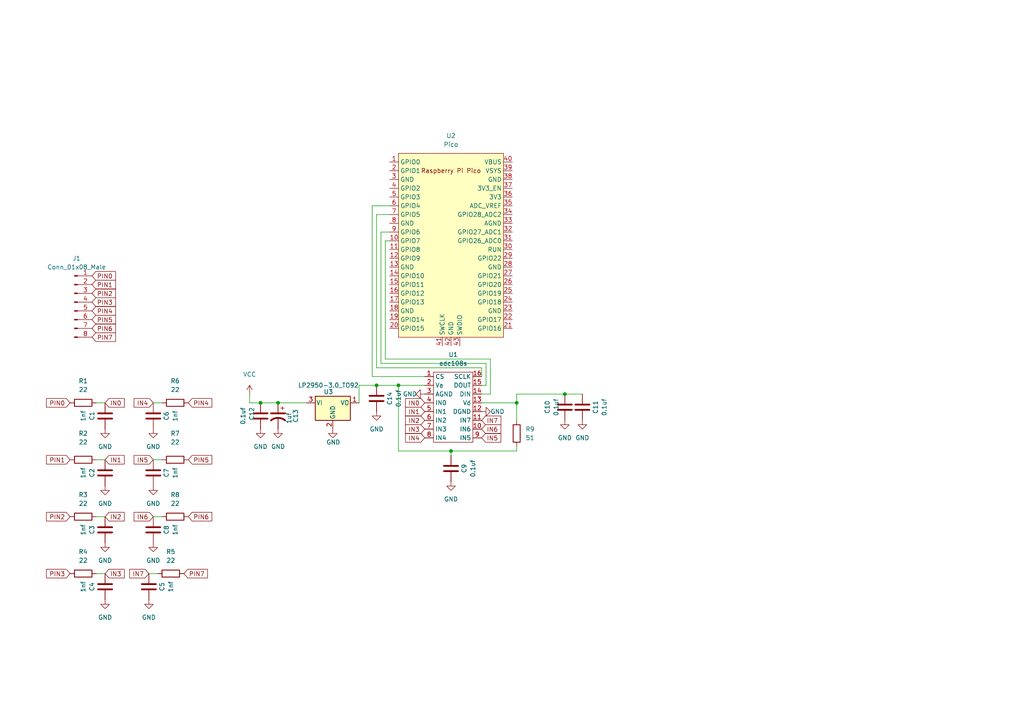
<source format=kicad_sch>
(kicad_sch (version 20211123) (generator eeschema)

  (uuid 16dde354-ace4-4b4f-8de0-4ab484c10863)

  (paper "A4")

  (lib_symbols
    (symbol "Connector:Conn_01x08_Male" (pin_names (offset 1.016) hide) (in_bom yes) (on_board yes)
      (property "Reference" "J" (id 0) (at 0 10.16 0)
        (effects (font (size 1.27 1.27)))
      )
      (property "Value" "Conn_01x08_Male" (id 1) (at 0 -12.7 0)
        (effects (font (size 1.27 1.27)))
      )
      (property "Footprint" "" (id 2) (at 0 0 0)
        (effects (font (size 1.27 1.27)) hide)
      )
      (property "Datasheet" "~" (id 3) (at 0 0 0)
        (effects (font (size 1.27 1.27)) hide)
      )
      (property "ki_keywords" "connector" (id 4) (at 0 0 0)
        (effects (font (size 1.27 1.27)) hide)
      )
      (property "ki_description" "Generic connector, single row, 01x08, script generated (kicad-library-utils/schlib/autogen/connector/)" (id 5) (at 0 0 0)
        (effects (font (size 1.27 1.27)) hide)
      )
      (property "ki_fp_filters" "Connector*:*_1x??_*" (id 6) (at 0 0 0)
        (effects (font (size 1.27 1.27)) hide)
      )
      (symbol "Conn_01x08_Male_1_1"
        (polyline
          (pts
            (xy 1.27 -10.16)
            (xy 0.8636 -10.16)
          )
          (stroke (width 0.1524) (type default) (color 0 0 0 0))
          (fill (type none))
        )
        (polyline
          (pts
            (xy 1.27 -7.62)
            (xy 0.8636 -7.62)
          )
          (stroke (width 0.1524) (type default) (color 0 0 0 0))
          (fill (type none))
        )
        (polyline
          (pts
            (xy 1.27 -5.08)
            (xy 0.8636 -5.08)
          )
          (stroke (width 0.1524) (type default) (color 0 0 0 0))
          (fill (type none))
        )
        (polyline
          (pts
            (xy 1.27 -2.54)
            (xy 0.8636 -2.54)
          )
          (stroke (width 0.1524) (type default) (color 0 0 0 0))
          (fill (type none))
        )
        (polyline
          (pts
            (xy 1.27 0)
            (xy 0.8636 0)
          )
          (stroke (width 0.1524) (type default) (color 0 0 0 0))
          (fill (type none))
        )
        (polyline
          (pts
            (xy 1.27 2.54)
            (xy 0.8636 2.54)
          )
          (stroke (width 0.1524) (type default) (color 0 0 0 0))
          (fill (type none))
        )
        (polyline
          (pts
            (xy 1.27 5.08)
            (xy 0.8636 5.08)
          )
          (stroke (width 0.1524) (type default) (color 0 0 0 0))
          (fill (type none))
        )
        (polyline
          (pts
            (xy 1.27 7.62)
            (xy 0.8636 7.62)
          )
          (stroke (width 0.1524) (type default) (color 0 0 0 0))
          (fill (type none))
        )
        (rectangle (start 0.8636 -10.033) (end 0 -10.287)
          (stroke (width 0.1524) (type default) (color 0 0 0 0))
          (fill (type outline))
        )
        (rectangle (start 0.8636 -7.493) (end 0 -7.747)
          (stroke (width 0.1524) (type default) (color 0 0 0 0))
          (fill (type outline))
        )
        (rectangle (start 0.8636 -4.953) (end 0 -5.207)
          (stroke (width 0.1524) (type default) (color 0 0 0 0))
          (fill (type outline))
        )
        (rectangle (start 0.8636 -2.413) (end 0 -2.667)
          (stroke (width 0.1524) (type default) (color 0 0 0 0))
          (fill (type outline))
        )
        (rectangle (start 0.8636 0.127) (end 0 -0.127)
          (stroke (width 0.1524) (type default) (color 0 0 0 0))
          (fill (type outline))
        )
        (rectangle (start 0.8636 2.667) (end 0 2.413)
          (stroke (width 0.1524) (type default) (color 0 0 0 0))
          (fill (type outline))
        )
        (rectangle (start 0.8636 5.207) (end 0 4.953)
          (stroke (width 0.1524) (type default) (color 0 0 0 0))
          (fill (type outline))
        )
        (rectangle (start 0.8636 7.747) (end 0 7.493)
          (stroke (width 0.1524) (type default) (color 0 0 0 0))
          (fill (type outline))
        )
        (pin passive line (at 5.08 7.62 180) (length 3.81)
          (name "Pin_1" (effects (font (size 1.27 1.27))))
          (number "1" (effects (font (size 1.27 1.27))))
        )
        (pin passive line (at 5.08 5.08 180) (length 3.81)
          (name "Pin_2" (effects (font (size 1.27 1.27))))
          (number "2" (effects (font (size 1.27 1.27))))
        )
        (pin passive line (at 5.08 2.54 180) (length 3.81)
          (name "Pin_3" (effects (font (size 1.27 1.27))))
          (number "3" (effects (font (size 1.27 1.27))))
        )
        (pin passive line (at 5.08 0 180) (length 3.81)
          (name "Pin_4" (effects (font (size 1.27 1.27))))
          (number "4" (effects (font (size 1.27 1.27))))
        )
        (pin passive line (at 5.08 -2.54 180) (length 3.81)
          (name "Pin_5" (effects (font (size 1.27 1.27))))
          (number "5" (effects (font (size 1.27 1.27))))
        )
        (pin passive line (at 5.08 -5.08 180) (length 3.81)
          (name "Pin_6" (effects (font (size 1.27 1.27))))
          (number "6" (effects (font (size 1.27 1.27))))
        )
        (pin passive line (at 5.08 -7.62 180) (length 3.81)
          (name "Pin_7" (effects (font (size 1.27 1.27))))
          (number "7" (effects (font (size 1.27 1.27))))
        )
        (pin passive line (at 5.08 -10.16 180) (length 3.81)
          (name "Pin_8" (effects (font (size 1.27 1.27))))
          (number "8" (effects (font (size 1.27 1.27))))
        )
      )
    )
    (symbol "Device:C" (pin_numbers hide) (pin_names (offset 0.254)) (in_bom yes) (on_board yes)
      (property "Reference" "C" (id 0) (at 0.635 2.54 0)
        (effects (font (size 1.27 1.27)) (justify left))
      )
      (property "Value" "C" (id 1) (at 0.635 -2.54 0)
        (effects (font (size 1.27 1.27)) (justify left))
      )
      (property "Footprint" "" (id 2) (at 0.9652 -3.81 0)
        (effects (font (size 1.27 1.27)) hide)
      )
      (property "Datasheet" "~" (id 3) (at 0 0 0)
        (effects (font (size 1.27 1.27)) hide)
      )
      (property "ki_keywords" "cap capacitor" (id 4) (at 0 0 0)
        (effects (font (size 1.27 1.27)) hide)
      )
      (property "ki_description" "Unpolarized capacitor" (id 5) (at 0 0 0)
        (effects (font (size 1.27 1.27)) hide)
      )
      (property "ki_fp_filters" "C_*" (id 6) (at 0 0 0)
        (effects (font (size 1.27 1.27)) hide)
      )
      (symbol "C_0_1"
        (polyline
          (pts
            (xy -2.032 -0.762)
            (xy 2.032 -0.762)
          )
          (stroke (width 0.508) (type default) (color 0 0 0 0))
          (fill (type none))
        )
        (polyline
          (pts
            (xy -2.032 0.762)
            (xy 2.032 0.762)
          )
          (stroke (width 0.508) (type default) (color 0 0 0 0))
          (fill (type none))
        )
      )
      (symbol "C_1_1"
        (pin passive line (at 0 3.81 270) (length 2.794)
          (name "~" (effects (font (size 1.27 1.27))))
          (number "1" (effects (font (size 1.27 1.27))))
        )
        (pin passive line (at 0 -3.81 90) (length 2.794)
          (name "~" (effects (font (size 1.27 1.27))))
          (number "2" (effects (font (size 1.27 1.27))))
        )
      )
    )
    (symbol "Device:C_Polarized_US" (pin_numbers hide) (pin_names (offset 0.254) hide) (in_bom yes) (on_board yes)
      (property "Reference" "C" (id 0) (at 0.635 2.54 0)
        (effects (font (size 1.27 1.27)) (justify left))
      )
      (property "Value" "C_Polarized_US" (id 1) (at 0.635 -2.54 0)
        (effects (font (size 1.27 1.27)) (justify left))
      )
      (property "Footprint" "" (id 2) (at 0 0 0)
        (effects (font (size 1.27 1.27)) hide)
      )
      (property "Datasheet" "~" (id 3) (at 0 0 0)
        (effects (font (size 1.27 1.27)) hide)
      )
      (property "ki_keywords" "cap capacitor" (id 4) (at 0 0 0)
        (effects (font (size 1.27 1.27)) hide)
      )
      (property "ki_description" "Polarized capacitor, US symbol" (id 5) (at 0 0 0)
        (effects (font (size 1.27 1.27)) hide)
      )
      (property "ki_fp_filters" "CP_*" (id 6) (at 0 0 0)
        (effects (font (size 1.27 1.27)) hide)
      )
      (symbol "C_Polarized_US_0_1"
        (polyline
          (pts
            (xy -2.032 0.762)
            (xy 2.032 0.762)
          )
          (stroke (width 0.508) (type default) (color 0 0 0 0))
          (fill (type none))
        )
        (polyline
          (pts
            (xy -1.778 2.286)
            (xy -0.762 2.286)
          )
          (stroke (width 0) (type default) (color 0 0 0 0))
          (fill (type none))
        )
        (polyline
          (pts
            (xy -1.27 1.778)
            (xy -1.27 2.794)
          )
          (stroke (width 0) (type default) (color 0 0 0 0))
          (fill (type none))
        )
        (arc (start 2.032 -1.27) (mid 0 -0.5572) (end -2.032 -1.27)
          (stroke (width 0.508) (type default) (color 0 0 0 0))
          (fill (type none))
        )
      )
      (symbol "C_Polarized_US_1_1"
        (pin passive line (at 0 3.81 270) (length 2.794)
          (name "~" (effects (font (size 1.27 1.27))))
          (number "1" (effects (font (size 1.27 1.27))))
        )
        (pin passive line (at 0 -3.81 90) (length 3.302)
          (name "~" (effects (font (size 1.27 1.27))))
          (number "2" (effects (font (size 1.27 1.27))))
        )
      )
    )
    (symbol "Device:R" (pin_numbers hide) (pin_names (offset 0)) (in_bom yes) (on_board yes)
      (property "Reference" "R" (id 0) (at 2.032 0 90)
        (effects (font (size 1.27 1.27)))
      )
      (property "Value" "R" (id 1) (at 0 0 90)
        (effects (font (size 1.27 1.27)))
      )
      (property "Footprint" "" (id 2) (at -1.778 0 90)
        (effects (font (size 1.27 1.27)) hide)
      )
      (property "Datasheet" "~" (id 3) (at 0 0 0)
        (effects (font (size 1.27 1.27)) hide)
      )
      (property "ki_keywords" "R res resistor" (id 4) (at 0 0 0)
        (effects (font (size 1.27 1.27)) hide)
      )
      (property "ki_description" "Resistor" (id 5) (at 0 0 0)
        (effects (font (size 1.27 1.27)) hide)
      )
      (property "ki_fp_filters" "R_*" (id 6) (at 0 0 0)
        (effects (font (size 1.27 1.27)) hide)
      )
      (symbol "R_0_1"
        (rectangle (start -1.016 -2.54) (end 1.016 2.54)
          (stroke (width 0.254) (type default) (color 0 0 0 0))
          (fill (type none))
        )
      )
      (symbol "R_1_1"
        (pin passive line (at 0 3.81 270) (length 1.27)
          (name "~" (effects (font (size 1.27 1.27))))
          (number "1" (effects (font (size 1.27 1.27))))
        )
        (pin passive line (at 0 -3.81 90) (length 1.27)
          (name "~" (effects (font (size 1.27 1.27))))
          (number "2" (effects (font (size 1.27 1.27))))
        )
      )
    )
    (symbol "MCU_RaspberryPi_and_Boards:Pico" (in_bom yes) (on_board yes)
      (property "Reference" "U" (id 0) (at -13.97 27.94 0)
        (effects (font (size 1.27 1.27)))
      )
      (property "Value" "Pico" (id 1) (at 0 19.05 0)
        (effects (font (size 1.27 1.27)))
      )
      (property "Footprint" "RPi_Pico:RPi_Pico_SMD_TH" (id 2) (at 0 0 90)
        (effects (font (size 1.27 1.27)) hide)
      )
      (property "Datasheet" "" (id 3) (at 0 0 0)
        (effects (font (size 1.27 1.27)) hide)
      )
      (symbol "Pico_0_0"
        (text "Raspberry Pi Pico" (at 0 21.59 0)
          (effects (font (size 1.27 1.27)))
        )
      )
      (symbol "Pico_0_1"
        (rectangle (start -15.24 26.67) (end 15.24 -26.67)
          (stroke (width 0) (type default) (color 0 0 0 0))
          (fill (type background))
        )
      )
      (symbol "Pico_1_1"
        (pin bidirectional line (at -17.78 24.13 0) (length 2.54)
          (name "GPIO0" (effects (font (size 1.27 1.27))))
          (number "1" (effects (font (size 1.27 1.27))))
        )
        (pin bidirectional line (at -17.78 1.27 0) (length 2.54)
          (name "GPIO7" (effects (font (size 1.27 1.27))))
          (number "10" (effects (font (size 1.27 1.27))))
        )
        (pin bidirectional line (at -17.78 -1.27 0) (length 2.54)
          (name "GPIO8" (effects (font (size 1.27 1.27))))
          (number "11" (effects (font (size 1.27 1.27))))
        )
        (pin bidirectional line (at -17.78 -3.81 0) (length 2.54)
          (name "GPIO9" (effects (font (size 1.27 1.27))))
          (number "12" (effects (font (size 1.27 1.27))))
        )
        (pin power_in line (at -17.78 -6.35 0) (length 2.54)
          (name "GND" (effects (font (size 1.27 1.27))))
          (number "13" (effects (font (size 1.27 1.27))))
        )
        (pin bidirectional line (at -17.78 -8.89 0) (length 2.54)
          (name "GPIO10" (effects (font (size 1.27 1.27))))
          (number "14" (effects (font (size 1.27 1.27))))
        )
        (pin bidirectional line (at -17.78 -11.43 0) (length 2.54)
          (name "GPIO11" (effects (font (size 1.27 1.27))))
          (number "15" (effects (font (size 1.27 1.27))))
        )
        (pin bidirectional line (at -17.78 -13.97 0) (length 2.54)
          (name "GPIO12" (effects (font (size 1.27 1.27))))
          (number "16" (effects (font (size 1.27 1.27))))
        )
        (pin bidirectional line (at -17.78 -16.51 0) (length 2.54)
          (name "GPIO13" (effects (font (size 1.27 1.27))))
          (number "17" (effects (font (size 1.27 1.27))))
        )
        (pin power_in line (at -17.78 -19.05 0) (length 2.54)
          (name "GND" (effects (font (size 1.27 1.27))))
          (number "18" (effects (font (size 1.27 1.27))))
        )
        (pin bidirectional line (at -17.78 -21.59 0) (length 2.54)
          (name "GPIO14" (effects (font (size 1.27 1.27))))
          (number "19" (effects (font (size 1.27 1.27))))
        )
        (pin bidirectional line (at -17.78 21.59 0) (length 2.54)
          (name "GPIO1" (effects (font (size 1.27 1.27))))
          (number "2" (effects (font (size 1.27 1.27))))
        )
        (pin bidirectional line (at -17.78 -24.13 0) (length 2.54)
          (name "GPIO15" (effects (font (size 1.27 1.27))))
          (number "20" (effects (font (size 1.27 1.27))))
        )
        (pin bidirectional line (at 17.78 -24.13 180) (length 2.54)
          (name "GPIO16" (effects (font (size 1.27 1.27))))
          (number "21" (effects (font (size 1.27 1.27))))
        )
        (pin bidirectional line (at 17.78 -21.59 180) (length 2.54)
          (name "GPIO17" (effects (font (size 1.27 1.27))))
          (number "22" (effects (font (size 1.27 1.27))))
        )
        (pin power_in line (at 17.78 -19.05 180) (length 2.54)
          (name "GND" (effects (font (size 1.27 1.27))))
          (number "23" (effects (font (size 1.27 1.27))))
        )
        (pin bidirectional line (at 17.78 -16.51 180) (length 2.54)
          (name "GPIO18" (effects (font (size 1.27 1.27))))
          (number "24" (effects (font (size 1.27 1.27))))
        )
        (pin bidirectional line (at 17.78 -13.97 180) (length 2.54)
          (name "GPIO19" (effects (font (size 1.27 1.27))))
          (number "25" (effects (font (size 1.27 1.27))))
        )
        (pin bidirectional line (at 17.78 -11.43 180) (length 2.54)
          (name "GPIO20" (effects (font (size 1.27 1.27))))
          (number "26" (effects (font (size 1.27 1.27))))
        )
        (pin bidirectional line (at 17.78 -8.89 180) (length 2.54)
          (name "GPIO21" (effects (font (size 1.27 1.27))))
          (number "27" (effects (font (size 1.27 1.27))))
        )
        (pin power_in line (at 17.78 -6.35 180) (length 2.54)
          (name "GND" (effects (font (size 1.27 1.27))))
          (number "28" (effects (font (size 1.27 1.27))))
        )
        (pin bidirectional line (at 17.78 -3.81 180) (length 2.54)
          (name "GPIO22" (effects (font (size 1.27 1.27))))
          (number "29" (effects (font (size 1.27 1.27))))
        )
        (pin power_in line (at -17.78 19.05 0) (length 2.54)
          (name "GND" (effects (font (size 1.27 1.27))))
          (number "3" (effects (font (size 1.27 1.27))))
        )
        (pin input line (at 17.78 -1.27 180) (length 2.54)
          (name "RUN" (effects (font (size 1.27 1.27))))
          (number "30" (effects (font (size 1.27 1.27))))
        )
        (pin bidirectional line (at 17.78 1.27 180) (length 2.54)
          (name "GPIO26_ADC0" (effects (font (size 1.27 1.27))))
          (number "31" (effects (font (size 1.27 1.27))))
        )
        (pin bidirectional line (at 17.78 3.81 180) (length 2.54)
          (name "GPIO27_ADC1" (effects (font (size 1.27 1.27))))
          (number "32" (effects (font (size 1.27 1.27))))
        )
        (pin power_in line (at 17.78 6.35 180) (length 2.54)
          (name "AGND" (effects (font (size 1.27 1.27))))
          (number "33" (effects (font (size 1.27 1.27))))
        )
        (pin bidirectional line (at 17.78 8.89 180) (length 2.54)
          (name "GPIO28_ADC2" (effects (font (size 1.27 1.27))))
          (number "34" (effects (font (size 1.27 1.27))))
        )
        (pin power_in line (at 17.78 11.43 180) (length 2.54)
          (name "ADC_VREF" (effects (font (size 1.27 1.27))))
          (number "35" (effects (font (size 1.27 1.27))))
        )
        (pin power_in line (at 17.78 13.97 180) (length 2.54)
          (name "3V3" (effects (font (size 1.27 1.27))))
          (number "36" (effects (font (size 1.27 1.27))))
        )
        (pin input line (at 17.78 16.51 180) (length 2.54)
          (name "3V3_EN" (effects (font (size 1.27 1.27))))
          (number "37" (effects (font (size 1.27 1.27))))
        )
        (pin bidirectional line (at 17.78 19.05 180) (length 2.54)
          (name "GND" (effects (font (size 1.27 1.27))))
          (number "38" (effects (font (size 1.27 1.27))))
        )
        (pin power_in line (at 17.78 21.59 180) (length 2.54)
          (name "VSYS" (effects (font (size 1.27 1.27))))
          (number "39" (effects (font (size 1.27 1.27))))
        )
        (pin bidirectional line (at -17.78 16.51 0) (length 2.54)
          (name "GPIO2" (effects (font (size 1.27 1.27))))
          (number "4" (effects (font (size 1.27 1.27))))
        )
        (pin power_in line (at 17.78 24.13 180) (length 2.54)
          (name "VBUS" (effects (font (size 1.27 1.27))))
          (number "40" (effects (font (size 1.27 1.27))))
        )
        (pin input line (at -2.54 -29.21 90) (length 2.54)
          (name "SWCLK" (effects (font (size 1.27 1.27))))
          (number "41" (effects (font (size 1.27 1.27))))
        )
        (pin power_in line (at 0 -29.21 90) (length 2.54)
          (name "GND" (effects (font (size 1.27 1.27))))
          (number "42" (effects (font (size 1.27 1.27))))
        )
        (pin bidirectional line (at 2.54 -29.21 90) (length 2.54)
          (name "SWDIO" (effects (font (size 1.27 1.27))))
          (number "43" (effects (font (size 1.27 1.27))))
        )
        (pin bidirectional line (at -17.78 13.97 0) (length 2.54)
          (name "GPIO3" (effects (font (size 1.27 1.27))))
          (number "5" (effects (font (size 1.27 1.27))))
        )
        (pin bidirectional line (at -17.78 11.43 0) (length 2.54)
          (name "GPIO4" (effects (font (size 1.27 1.27))))
          (number "6" (effects (font (size 1.27 1.27))))
        )
        (pin bidirectional line (at -17.78 8.89 0) (length 2.54)
          (name "GPIO5" (effects (font (size 1.27 1.27))))
          (number "7" (effects (font (size 1.27 1.27))))
        )
        (pin power_in line (at -17.78 6.35 0) (length 2.54)
          (name "GND" (effects (font (size 1.27 1.27))))
          (number "8" (effects (font (size 1.27 1.27))))
        )
        (pin bidirectional line (at -17.78 3.81 0) (length 2.54)
          (name "GPIO6" (effects (font (size 1.27 1.27))))
          (number "9" (effects (font (size 1.27 1.27))))
        )
      )
    )
    (symbol "Regulator_Linear:LP2950-3.0_TO92" (pin_names (offset 0.254)) (in_bom yes) (on_board yes)
      (property "Reference" "U" (id 0) (at -3.81 3.175 0)
        (effects (font (size 1.27 1.27)))
      )
      (property "Value" "LP2950-3.0_TO92" (id 1) (at 0 3.175 0)
        (effects (font (size 1.27 1.27)) (justify left))
      )
      (property "Footprint" "Package_TO_SOT_THT:TO-92_Inline" (id 2) (at 0 5.715 0)
        (effects (font (size 1.27 1.27) italic) hide)
      )
      (property "Datasheet" "http://www.ti.com/lit/ds/symlink/lp2950.pdf" (id 3) (at 0 -1.27 0)
        (effects (font (size 1.27 1.27)) hide)
      )
      (property "ki_keywords" "Micropower Voltage Regulator 100mA Positive" (id 4) (at 0 0 0)
        (effects (font (size 1.27 1.27)) hide)
      )
      (property "ki_description" "Positive 100mA 30V Linear Micropower Voltage Regulator, Fixed Output 3.0V, TO-92" (id 5) (at 0 0 0)
        (effects (font (size 1.27 1.27)) hide)
      )
      (property "ki_fp_filters" "TO?92*" (id 6) (at 0 0 0)
        (effects (font (size 1.27 1.27)) hide)
      )
      (symbol "LP2950-3.0_TO92_0_1"
        (rectangle (start -5.08 -5.08) (end 5.08 1.905)
          (stroke (width 0.254) (type default) (color 0 0 0 0))
          (fill (type background))
        )
      )
      (symbol "LP2950-3.0_TO92_1_1"
        (pin power_out line (at 7.62 0 180) (length 2.54)
          (name "VO" (effects (font (size 1.27 1.27))))
          (number "1" (effects (font (size 1.27 1.27))))
        )
        (pin power_in line (at 0 -7.62 90) (length 2.54)
          (name "GND" (effects (font (size 1.27 1.27))))
          (number "2" (effects (font (size 1.27 1.27))))
        )
        (pin power_in line (at -7.62 0 0) (length 2.54)
          (name "VI" (effects (font (size 1.27 1.27))))
          (number "3" (effects (font (size 1.27 1.27))))
        )
      )
    )
    (symbol "adc108s:adc108s" (in_bom yes) (on_board yes)
      (property "Reference" "U" (id 0) (at 2.54 -1.27 0)
        (effects (font (size 1.27 1.27)))
      )
      (property "Value" "adc108s" (id 1) (at 3.81 -24.13 0)
        (effects (font (size 1.27 1.27)))
      )
      (property "Footprint" "" (id 2) (at 0 0 0)
        (effects (font (size 1.27 1.27)) hide)
      )
      (property "Datasheet" "" (id 3) (at 0 0 0)
        (effects (font (size 1.27 1.27)) hide)
      )
      (symbol "adc108s_0_1"
        (rectangle (start -2.54 -2.54) (end 8.89 -22.86)
          (stroke (width 0) (type default) (color 0 0 0 0))
          (fill (type none))
        )
      )
      (symbol "adc108s_1_1"
        (pin unspecified line (at -5.08 -3.81 0) (length 2.54)
          (name "CS" (effects (font (size 1.27 1.27))))
          (number "1" (effects (font (size 1.27 1.27))))
        )
        (pin unspecified line (at 11.43 -19.05 180) (length 2.54)
          (name "IN6" (effects (font (size 1.27 1.27))))
          (number "10" (effects (font (size 1.27 1.27))))
        )
        (pin unspecified line (at 11.43 -16.51 180) (length 2.54)
          (name "IN7" (effects (font (size 1.27 1.27))))
          (number "11" (effects (font (size 1.27 1.27))))
        )
        (pin unspecified line (at 11.43 -13.97 180) (length 2.54)
          (name "DGND" (effects (font (size 1.27 1.27))))
          (number "12" (effects (font (size 1.27 1.27))))
        )
        (pin unspecified line (at 11.43 -11.43 180) (length 2.54)
          (name "Vd" (effects (font (size 1.27 1.27))))
          (number "13" (effects (font (size 1.27 1.27))))
        )
        (pin unspecified line (at 11.43 -8.89 180) (length 2.54)
          (name "DIN" (effects (font (size 1.27 1.27))))
          (number "14" (effects (font (size 1.27 1.27))))
        )
        (pin unspecified line (at 11.43 -6.35 180) (length 2.54)
          (name "DOUT" (effects (font (size 1.27 1.27))))
          (number "15" (effects (font (size 1.27 1.27))))
        )
        (pin unspecified line (at 11.43 -3.81 180) (length 2.54)
          (name "SCLK" (effects (font (size 1.27 1.27))))
          (number "16" (effects (font (size 1.27 1.27))))
        )
        (pin unspecified line (at -5.08 -6.35 0) (length 2.54)
          (name "Va" (effects (font (size 1.27 1.27))))
          (number "2" (effects (font (size 1.27 1.27))))
        )
        (pin unspecified line (at -5.08 -8.89 0) (length 2.54)
          (name "AGND" (effects (font (size 1.27 1.27))))
          (number "3" (effects (font (size 1.27 1.27))))
        )
        (pin unspecified line (at -5.08 -11.43 0) (length 2.54)
          (name "IN0" (effects (font (size 1.27 1.27))))
          (number "4" (effects (font (size 1.27 1.27))))
        )
        (pin unspecified line (at -5.08 -13.97 0) (length 2.54)
          (name "IN1" (effects (font (size 1.27 1.27))))
          (number "5" (effects (font (size 1.27 1.27))))
        )
        (pin unspecified line (at -5.08 -16.51 0) (length 2.54)
          (name "IN2" (effects (font (size 1.27 1.27))))
          (number "6" (effects (font (size 1.27 1.27))))
        )
        (pin unspecified line (at -5.08 -19.05 0) (length 2.54)
          (name "IN3" (effects (font (size 1.27 1.27))))
          (number "7" (effects (font (size 1.27 1.27))))
        )
        (pin unspecified line (at -5.08 -21.59 0) (length 2.54)
          (name "IN4" (effects (font (size 1.27 1.27))))
          (number "8" (effects (font (size 1.27 1.27))))
        )
        (pin unspecified line (at 11.43 -21.59 180) (length 2.54)
          (name "IN5" (effects (font (size 1.27 1.27))))
          (number "9" (effects (font (size 1.27 1.27))))
        )
      )
    )
    (symbol "power:GND" (power) (pin_names (offset 0)) (in_bom yes) (on_board yes)
      (property "Reference" "#PWR" (id 0) (at 0 -6.35 0)
        (effects (font (size 1.27 1.27)) hide)
      )
      (property "Value" "GND" (id 1) (at 0 -3.81 0)
        (effects (font (size 1.27 1.27)))
      )
      (property "Footprint" "" (id 2) (at 0 0 0)
        (effects (font (size 1.27 1.27)) hide)
      )
      (property "Datasheet" "" (id 3) (at 0 0 0)
        (effects (font (size 1.27 1.27)) hide)
      )
      (property "ki_keywords" "power-flag" (id 4) (at 0 0 0)
        (effects (font (size 1.27 1.27)) hide)
      )
      (property "ki_description" "Power symbol creates a global label with name \"GND\" , ground" (id 5) (at 0 0 0)
        (effects (font (size 1.27 1.27)) hide)
      )
      (symbol "GND_0_1"
        (polyline
          (pts
            (xy 0 0)
            (xy 0 -1.27)
            (xy 1.27 -1.27)
            (xy 0 -2.54)
            (xy -1.27 -1.27)
            (xy 0 -1.27)
          )
          (stroke (width 0) (type default) (color 0 0 0 0))
          (fill (type none))
        )
      )
      (symbol "GND_1_1"
        (pin power_in line (at 0 0 270) (length 0) hide
          (name "GND" (effects (font (size 1.27 1.27))))
          (number "1" (effects (font (size 1.27 1.27))))
        )
      )
    )
    (symbol "power:VCC" (power) (pin_names (offset 0)) (in_bom yes) (on_board yes)
      (property "Reference" "#PWR" (id 0) (at 0 -3.81 0)
        (effects (font (size 1.27 1.27)) hide)
      )
      (property "Value" "VCC" (id 1) (at 0 3.81 0)
        (effects (font (size 1.27 1.27)))
      )
      (property "Footprint" "" (id 2) (at 0 0 0)
        (effects (font (size 1.27 1.27)) hide)
      )
      (property "Datasheet" "" (id 3) (at 0 0 0)
        (effects (font (size 1.27 1.27)) hide)
      )
      (property "ki_keywords" "power-flag" (id 4) (at 0 0 0)
        (effects (font (size 1.27 1.27)) hide)
      )
      (property "ki_description" "Power symbol creates a global label with name \"VCC\"" (id 5) (at 0 0 0)
        (effects (font (size 1.27 1.27)) hide)
      )
      (symbol "VCC_0_1"
        (polyline
          (pts
            (xy -0.762 1.27)
            (xy 0 2.54)
          )
          (stroke (width 0) (type default) (color 0 0 0 0))
          (fill (type none))
        )
        (polyline
          (pts
            (xy 0 0)
            (xy 0 2.54)
          )
          (stroke (width 0) (type default) (color 0 0 0 0))
          (fill (type none))
        )
        (polyline
          (pts
            (xy 0 2.54)
            (xy 0.762 1.27)
          )
          (stroke (width 0) (type default) (color 0 0 0 0))
          (fill (type none))
        )
      )
      (symbol "VCC_1_1"
        (pin power_in line (at 0 0 90) (length 0) hide
          (name "VCC" (effects (font (size 1.27 1.27))))
          (number "1" (effects (font (size 1.27 1.27))))
        )
      )
    )
  )

  (junction (at 163.83 114.3) (diameter 0) (color 0 0 0 0)
    (uuid 0d810b14-f2a3-42e1-a5bc-d8b98846219d)
  )
  (junction (at 109.22 111.76) (diameter 0) (color 0 0 0 0)
    (uuid 1adf4895-350c-4b22-b05f-29412d62e290)
  )
  (junction (at 149.86 116.84) (diameter 0) (color 0 0 0 0)
    (uuid 2ca8b352-8b8e-47d0-8e16-4bae52e61aa2)
  )
  (junction (at 115.57 111.76) (diameter 0) (color 0 0 0 0)
    (uuid 78941ee1-223a-4a17-b273-79fe27deffa3)
  )
  (junction (at 75.565 116.84) (diameter 0) (color 0 0 0 0)
    (uuid 88d7d566-ebc9-4a95-953e-97cba026fdf8)
  )
  (junction (at 130.81 130.81) (diameter 0) (color 0 0 0 0)
    (uuid bbc98807-faf0-43c1-b80c-ee09ae034d6b)
  )
  (junction (at 80.645 116.84) (diameter 0) (color 0 0 0 0)
    (uuid cc29dbe8-6ffb-4d65-abc2-d0d68f3dc4ee)
  )

  (wire (pts (xy 104.14 111.76) (xy 104.14 116.84))
    (stroke (width 0) (type default) (color 0 0 0 0))
    (uuid 0280cb6d-ae57-4a91-ba5e-3e322f8a670e)
  )
  (wire (pts (xy 123.19 109.22) (xy 107.95 109.22))
    (stroke (width 0) (type default) (color 0 0 0 0))
    (uuid 02e127c3-66aa-4928-88ad-c0a69ddd985f)
  )
  (wire (pts (xy 115.57 111.76) (xy 123.19 111.76))
    (stroke (width 0) (type default) (color 0 0 0 0))
    (uuid 0d8056c2-280d-4285-9358-f580a8cade14)
  )
  (wire (pts (xy 109.22 111.76) (xy 104.14 111.76))
    (stroke (width 0) (type default) (color 0 0 0 0))
    (uuid 17b395a9-f77e-452c-8b26-989996eea79f)
  )
  (wire (pts (xy 115.57 130.81) (xy 130.81 130.81))
    (stroke (width 0) (type default) (color 0 0 0 0))
    (uuid 1e030ded-82f0-4925-b9fd-7873e69dfd01)
  )
  (wire (pts (xy 107.95 59.69) (xy 113.03 59.69))
    (stroke (width 0) (type default) (color 0 0 0 0))
    (uuid 21d467ac-12da-420e-8ba7-c96958090f34)
  )
  (wire (pts (xy 46.99 116.84) (xy 44.45 116.84))
    (stroke (width 0) (type default) (color 0 0 0 0))
    (uuid 23984540-bf56-47e0-a09c-9150b7980372)
  )
  (wire (pts (xy 27.94 116.84) (xy 30.48 116.84))
    (stroke (width 0) (type default) (color 0 0 0 0))
    (uuid 2676feaf-9e03-4cbf-a59a-3e83cc8e4146)
  )
  (wire (pts (xy 115.57 111.76) (xy 109.22 111.76))
    (stroke (width 0) (type default) (color 0 0 0 0))
    (uuid 273f93d5-fc06-4714-a9c9-0811e05c352c)
  )
  (wire (pts (xy 46.99 133.35) (xy 44.45 133.35))
    (stroke (width 0) (type default) (color 0 0 0 0))
    (uuid 280901f1-2838-4afa-bc7b-76fcebed1380)
  )
  (wire (pts (xy 27.94 133.35) (xy 30.48 133.35))
    (stroke (width 0) (type default) (color 0 0 0 0))
    (uuid 2916a2de-c356-4aed-9dc6-e6ad2e6e3a3f)
  )
  (wire (pts (xy 113.03 69.85) (xy 111.76 69.85))
    (stroke (width 0) (type default) (color 0 0 0 0))
    (uuid 41724478-852a-4355-b5f2-4cfe423ec4ec)
  )
  (wire (pts (xy 140.97 111.76) (xy 139.7 111.76))
    (stroke (width 0) (type default) (color 0 0 0 0))
    (uuid 45441a38-5b68-44e5-b488-d65251236a62)
  )
  (wire (pts (xy 149.86 116.84) (xy 149.86 121.92))
    (stroke (width 0) (type default) (color 0 0 0 0))
    (uuid 52f092f8-6376-4057-97e7-553d4e4e7f20)
  )
  (wire (pts (xy 149.86 116.84) (xy 149.86 114.3))
    (stroke (width 0) (type default) (color 0 0 0 0))
    (uuid 5cb92cd1-25c9-4e01-9381-5e862bf554de)
  )
  (wire (pts (xy 139.7 106.68) (xy 139.7 109.22))
    (stroke (width 0) (type default) (color 0 0 0 0))
    (uuid 5e6d1eb0-aba9-46b2-9597-7c7956f3a277)
  )
  (wire (pts (xy 109.22 106.68) (xy 139.7 106.68))
    (stroke (width 0) (type default) (color 0 0 0 0))
    (uuid 662e5e02-9b2b-4320-828d-233c9a7fcc59)
  )
  (wire (pts (xy 130.81 130.81) (xy 130.81 132.08))
    (stroke (width 0) (type default) (color 0 0 0 0))
    (uuid 67b24dbc-92a9-4156-81ed-af4e1d406570)
  )
  (wire (pts (xy 72.39 116.84) (xy 72.39 114.3))
    (stroke (width 0) (type default) (color 0 0 0 0))
    (uuid 69423258-6b13-473e-9c89-a4eb684d7cec)
  )
  (wire (pts (xy 142.24 104.14) (xy 142.24 114.3))
    (stroke (width 0) (type default) (color 0 0 0 0))
    (uuid 694e2495-fd02-434f-990f-f20e4cce93e7)
  )
  (wire (pts (xy 110.49 105.41) (xy 140.97 105.41))
    (stroke (width 0) (type default) (color 0 0 0 0))
    (uuid 73cf7cef-efd7-483b-990e-90b178b0f252)
  )
  (wire (pts (xy 88.9 116.84) (xy 80.645 116.84))
    (stroke (width 0) (type default) (color 0 0 0 0))
    (uuid 7900cc22-464a-4468-a36f-55a2d0e12f0f)
  )
  (wire (pts (xy 130.81 130.81) (xy 149.86 130.81))
    (stroke (width 0) (type default) (color 0 0 0 0))
    (uuid 7a56d655-3cd0-4153-965b-8684cd25cc2f)
  )
  (wire (pts (xy 110.49 67.31) (xy 110.49 105.41))
    (stroke (width 0) (type default) (color 0 0 0 0))
    (uuid 7e1b0958-4efc-4ed2-b95c-bc9f2b5d687f)
  )
  (wire (pts (xy 46.99 149.86) (xy 44.45 149.86))
    (stroke (width 0) (type default) (color 0 0 0 0))
    (uuid 84e9e488-e585-48aa-b41b-d002bc70dde5)
  )
  (wire (pts (xy 109.22 62.23) (xy 109.22 106.68))
    (stroke (width 0) (type default) (color 0 0 0 0))
    (uuid 859dfb19-155b-4433-a452-0992e042ec82)
  )
  (wire (pts (xy 27.94 149.86) (xy 30.48 149.86))
    (stroke (width 0) (type default) (color 0 0 0 0))
    (uuid 8cef1700-3fe3-48a8-9bad-331987d85a60)
  )
  (wire (pts (xy 45.72 166.37) (xy 43.18 166.37))
    (stroke (width 0) (type default) (color 0 0 0 0))
    (uuid 8fe8ce1b-f129-43b7-a0bb-59713c479f3e)
  )
  (wire (pts (xy 111.76 69.85) (xy 111.76 104.14))
    (stroke (width 0) (type default) (color 0 0 0 0))
    (uuid 90fc0b49-ac78-49b9-8546-ed404af12674)
  )
  (wire (pts (xy 27.94 166.37) (xy 30.48 166.37))
    (stroke (width 0) (type default) (color 0 0 0 0))
    (uuid 9317764e-154e-4e92-8bbe-ba68eb397177)
  )
  (wire (pts (xy 142.24 114.3) (xy 139.7 114.3))
    (stroke (width 0) (type default) (color 0 0 0 0))
    (uuid 97f8c90d-55f8-4454-b123-f2861b85f9cf)
  )
  (wire (pts (xy 149.86 114.3) (xy 163.83 114.3))
    (stroke (width 0) (type default) (color 0 0 0 0))
    (uuid a2460f7b-bb12-4e16-bc3d-700a08bde9de)
  )
  (wire (pts (xy 139.7 116.84) (xy 149.86 116.84))
    (stroke (width 0) (type default) (color 0 0 0 0))
    (uuid a3520253-d550-48ab-a4f6-ace033d82d78)
  )
  (wire (pts (xy 140.97 105.41) (xy 140.97 111.76))
    (stroke (width 0) (type default) (color 0 0 0 0))
    (uuid aeee6556-6166-4f95-984d-e4e616789787)
  )
  (wire (pts (xy 113.03 62.23) (xy 109.22 62.23))
    (stroke (width 0) (type default) (color 0 0 0 0))
    (uuid bd3b8a19-a217-4664-9383-2080f972e558)
  )
  (wire (pts (xy 163.83 114.3) (xy 168.91 114.3))
    (stroke (width 0) (type default) (color 0 0 0 0))
    (uuid c580d6f8-bd14-46be-b95d-7609cb7ea748)
  )
  (wire (pts (xy 107.95 109.22) (xy 107.95 59.69))
    (stroke (width 0) (type default) (color 0 0 0 0))
    (uuid d06b72f8-f39a-4ab0-a1fc-9e99eb34e951)
  )
  (wire (pts (xy 113.03 67.31) (xy 110.49 67.31))
    (stroke (width 0) (type default) (color 0 0 0 0))
    (uuid dd6f2394-ccd1-4bea-9488-23e098af06ef)
  )
  (wire (pts (xy 111.76 104.14) (xy 142.24 104.14))
    (stroke (width 0) (type default) (color 0 0 0 0))
    (uuid e0e40fe7-3aad-4fe0-bcce-36c688ee3b8b)
  )
  (wire (pts (xy 80.645 116.84) (xy 75.565 116.84))
    (stroke (width 0) (type default) (color 0 0 0 0))
    (uuid e76cd79d-ca20-4225-a5dd-425b3670d10d)
  )
  (wire (pts (xy 75.565 116.84) (xy 72.39 116.84))
    (stroke (width 0) (type default) (color 0 0 0 0))
    (uuid ee32917d-b171-4b42-bd72-dfd2a369cf2e)
  )
  (wire (pts (xy 115.57 130.81) (xy 115.57 111.76))
    (stroke (width 0) (type default) (color 0 0 0 0))
    (uuid f97fa20a-cdd9-44ee-b820-f492cbe4b8c2)
  )
  (wire (pts (xy 149.86 129.54) (xy 149.86 130.81))
    (stroke (width 0) (type default) (color 0 0 0 0))
    (uuid fab273b0-b072-4b88-ac54-47ee16a077b1)
  )

  (global_label "PIN6" (shape input) (at 26.67 95.25 0) (fields_autoplaced)
    (effects (font (size 1.27 1.27)) (justify left))
    (uuid 18d1e067-653a-42ba-9c0b-a985c865cb8f)
    (property "Intersheet References" "${INTERSHEET_REFS}" (id 0) (at 33.4979 95.1706 0)
      (effects (font (size 1.27 1.27)) (justify left) hide)
    )
  )
  (global_label "PIN2" (shape input) (at 20.32 149.86 180) (fields_autoplaced)
    (effects (font (size 1.27 1.27)) (justify right))
    (uuid 18d98091-a1b3-41f0-a371-4ea0284a42a7)
    (property "Intersheet References" "${INTERSHEET_REFS}" (id 0) (at 13.4921 149.7806 0)
      (effects (font (size 1.27 1.27)) (justify right) hide)
    )
  )
  (global_label "IN0" (shape input) (at 123.19 116.84 180) (fields_autoplaced)
    (effects (font (size 1.27 1.27)) (justify right))
    (uuid 1fca7676-0351-405b-baae-179c0f1419fc)
    (property "Intersheet References" "${INTERSHEET_REFS}" (id 0) (at 117.6321 116.7606 0)
      (effects (font (size 1.27 1.27)) (justify right) hide)
    )
  )
  (global_label "IN4" (shape input) (at 123.19 127 180) (fields_autoplaced)
    (effects (font (size 1.27 1.27)) (justify right))
    (uuid 23e334ea-4ec7-40f7-bbe7-3a54c1313a6a)
    (property "Intersheet References" "${INTERSHEET_REFS}" (id 0) (at 117.6321 126.9206 0)
      (effects (font (size 1.27 1.27)) (justify right) hide)
    )
  )
  (global_label "PIN3" (shape input) (at 26.67 87.63 0) (fields_autoplaced)
    (effects (font (size 1.27 1.27)) (justify left))
    (uuid 2ab88324-e4ab-4736-9d26-aee97c7ef2d5)
    (property "Intersheet References" "${INTERSHEET_REFS}" (id 0) (at 33.4979 87.5506 0)
      (effects (font (size 1.27 1.27)) (justify left) hide)
    )
  )
  (global_label "IN3" (shape input) (at 123.19 124.46 180) (fields_autoplaced)
    (effects (font (size 1.27 1.27)) (justify right))
    (uuid 463e4357-8729-47f0-b69f-b1bf480825a8)
    (property "Intersheet References" "${INTERSHEET_REFS}" (id 0) (at 117.6321 124.3806 0)
      (effects (font (size 1.27 1.27)) (justify right) hide)
    )
  )
  (global_label "IN4" (shape input) (at 44.45 116.84 180) (fields_autoplaced)
    (effects (font (size 1.27 1.27)) (justify right))
    (uuid 470216dd-6bdb-40b6-9ffc-0d37fb695573)
    (property "Intersheet References" "${INTERSHEET_REFS}" (id 0) (at 38.8921 116.7606 0)
      (effects (font (size 1.27 1.27)) (justify right) hide)
    )
  )
  (global_label "IN1" (shape input) (at 30.48 133.35 0) (fields_autoplaced)
    (effects (font (size 1.27 1.27)) (justify left))
    (uuid 47b1d50a-3d6c-4636-96e4-6c0201dfe57a)
    (property "Intersheet References" "${INTERSHEET_REFS}" (id 0) (at 36.0379 133.2706 0)
      (effects (font (size 1.27 1.27)) (justify left) hide)
    )
  )
  (global_label "IN6" (shape input) (at 139.7 124.46 0) (fields_autoplaced)
    (effects (font (size 1.27 1.27)) (justify left))
    (uuid 4ae72367-43fc-44ad-a903-de8d6e877c28)
    (property "Intersheet References" "${INTERSHEET_REFS}" (id 0) (at 145.2579 124.3806 0)
      (effects (font (size 1.27 1.27)) (justify left) hide)
    )
  )
  (global_label "PIN4" (shape input) (at 26.67 90.17 0) (fields_autoplaced)
    (effects (font (size 1.27 1.27)) (justify left))
    (uuid 4d52945f-7b20-47bf-b6d0-3e64fbd4359f)
    (property "Intersheet References" "${INTERSHEET_REFS}" (id 0) (at 33.4979 90.0906 0)
      (effects (font (size 1.27 1.27)) (justify left) hide)
    )
  )
  (global_label "PIN0" (shape input) (at 20.32 116.84 180) (fields_autoplaced)
    (effects (font (size 1.27 1.27)) (justify right))
    (uuid 519d14b8-6fe8-4cda-9d53-cdc3864d5c03)
    (property "Intersheet References" "${INTERSHEET_REFS}" (id 0) (at 13.4921 116.7606 0)
      (effects (font (size 1.27 1.27)) (justify right) hide)
    )
  )
  (global_label "IN1" (shape input) (at 123.19 119.38 180) (fields_autoplaced)
    (effects (font (size 1.27 1.27)) (justify right))
    (uuid 5f021408-f7c0-4f48-af95-32b97b5fc431)
    (property "Intersheet References" "${INTERSHEET_REFS}" (id 0) (at 117.6321 119.3006 0)
      (effects (font (size 1.27 1.27)) (justify right) hide)
    )
  )
  (global_label "IN7" (shape input) (at 43.18 166.37 180) (fields_autoplaced)
    (effects (font (size 1.27 1.27)) (justify right))
    (uuid 62234e1a-628b-4199-b2fd-3ff490c3c947)
    (property "Intersheet References" "${INTERSHEET_REFS}" (id 0) (at 37.6221 166.2906 0)
      (effects (font (size 1.27 1.27)) (justify right) hide)
    )
  )
  (global_label "IN6" (shape input) (at 44.45 149.86 180) (fields_autoplaced)
    (effects (font (size 1.27 1.27)) (justify right))
    (uuid 65bf1831-1e23-453e-bdc0-6d736edc73b2)
    (property "Intersheet References" "${INTERSHEET_REFS}" (id 0) (at 38.8921 149.7806 0)
      (effects (font (size 1.27 1.27)) (justify right) hide)
    )
  )
  (global_label "IN5" (shape input) (at 139.7 127 0) (fields_autoplaced)
    (effects (font (size 1.27 1.27)) (justify left))
    (uuid 7403ab9c-57b2-4f24-aa2c-a50488468c24)
    (property "Intersheet References" "${INTERSHEET_REFS}" (id 0) (at 145.2579 126.9206 0)
      (effects (font (size 1.27 1.27)) (justify left) hide)
    )
  )
  (global_label "IN2" (shape input) (at 123.19 121.92 180) (fields_autoplaced)
    (effects (font (size 1.27 1.27)) (justify right))
    (uuid 797ce05c-a74d-410a-ac83-617544c7ec73)
    (property "Intersheet References" "${INTERSHEET_REFS}" (id 0) (at 117.6321 121.8406 0)
      (effects (font (size 1.27 1.27)) (justify right) hide)
    )
  )
  (global_label "PIN4" (shape input) (at 54.61 116.84 0) (fields_autoplaced)
    (effects (font (size 1.27 1.27)) (justify left))
    (uuid 7e27b9e3-91ef-44ea-970f-5a4336489370)
    (property "Intersheet References" "${INTERSHEET_REFS}" (id 0) (at 61.4379 116.7606 0)
      (effects (font (size 1.27 1.27)) (justify left) hide)
    )
  )
  (global_label "PIN7" (shape input) (at 26.67 97.79 0) (fields_autoplaced)
    (effects (font (size 1.27 1.27)) (justify left))
    (uuid 8b287813-abee-43ec-8997-e6fff964cf1d)
    (property "Intersheet References" "${INTERSHEET_REFS}" (id 0) (at 33.4979 97.7106 0)
      (effects (font (size 1.27 1.27)) (justify left) hide)
    )
  )
  (global_label "PIN5" (shape input) (at 26.67 92.71 0) (fields_autoplaced)
    (effects (font (size 1.27 1.27)) (justify left))
    (uuid 9b90a6c4-a86c-4275-ad57-57308136eea4)
    (property "Intersheet References" "${INTERSHEET_REFS}" (id 0) (at 33.4979 92.6306 0)
      (effects (font (size 1.27 1.27)) (justify left) hide)
    )
  )
  (global_label "PIN7" (shape input) (at 53.34 166.37 0) (fields_autoplaced)
    (effects (font (size 1.27 1.27)) (justify left))
    (uuid a8bbb3e1-e709-4409-befc-fb99095bf5c5)
    (property "Intersheet References" "${INTERSHEET_REFS}" (id 0) (at 60.1679 166.2906 0)
      (effects (font (size 1.27 1.27)) (justify left) hide)
    )
  )
  (global_label "PIN3" (shape input) (at 20.32 166.37 180) (fields_autoplaced)
    (effects (font (size 1.27 1.27)) (justify right))
    (uuid b2c51133-b618-4a1d-995f-8bb475ced6c2)
    (property "Intersheet References" "${INTERSHEET_REFS}" (id 0) (at 13.4921 166.2906 0)
      (effects (font (size 1.27 1.27)) (justify right) hide)
    )
  )
  (global_label "IN7" (shape input) (at 139.7 121.92 0) (fields_autoplaced)
    (effects (font (size 1.27 1.27)) (justify left))
    (uuid b51ae20a-6721-4ee5-9c1c-5056c206b131)
    (property "Intersheet References" "${INTERSHEET_REFS}" (id 0) (at 145.2579 121.8406 0)
      (effects (font (size 1.27 1.27)) (justify left) hide)
    )
  )
  (global_label "PIN1" (shape input) (at 26.67 82.55 0) (fields_autoplaced)
    (effects (font (size 1.27 1.27)) (justify left))
    (uuid bdafbaaf-7015-4841-b126-20a8903f243b)
    (property "Intersheet References" "${INTERSHEET_REFS}" (id 0) (at 33.4979 82.4706 0)
      (effects (font (size 1.27 1.27)) (justify left) hide)
    )
  )
  (global_label "PIN1" (shape input) (at 20.32 133.35 180) (fields_autoplaced)
    (effects (font (size 1.27 1.27)) (justify right))
    (uuid c3601c43-37db-41b8-aefc-22b656eec805)
    (property "Intersheet References" "${INTERSHEET_REFS}" (id 0) (at 13.4921 133.2706 0)
      (effects (font (size 1.27 1.27)) (justify right) hide)
    )
  )
  (global_label "PIN2" (shape input) (at 26.67 85.09 0) (fields_autoplaced)
    (effects (font (size 1.27 1.27)) (justify left))
    (uuid cb671a7e-6991-407d-9af6-09a09cbf565d)
    (property "Intersheet References" "${INTERSHEET_REFS}" (id 0) (at 33.4979 85.0106 0)
      (effects (font (size 1.27 1.27)) (justify left) hide)
    )
  )
  (global_label "IN0" (shape input) (at 30.48 116.84 0) (fields_autoplaced)
    (effects (font (size 1.27 1.27)) (justify left))
    (uuid d3739127-78d7-42bb-acc1-f4244e8c5ba4)
    (property "Intersheet References" "${INTERSHEET_REFS}" (id 0) (at 36.0379 116.7606 0)
      (effects (font (size 1.27 1.27)) (justify left) hide)
    )
  )
  (global_label "PIN6" (shape input) (at 54.61 149.86 0) (fields_autoplaced)
    (effects (font (size 1.27 1.27)) (justify left))
    (uuid d3a84997-963c-4c48-96be-3b4e9cbaa74d)
    (property "Intersheet References" "${INTERSHEET_REFS}" (id 0) (at 61.4379 149.7806 0)
      (effects (font (size 1.27 1.27)) (justify left) hide)
    )
  )
  (global_label "IN2" (shape input) (at 30.48 149.86 0) (fields_autoplaced)
    (effects (font (size 1.27 1.27)) (justify left))
    (uuid d6d3fd70-51e3-4c91-b57c-39dabeeb04c5)
    (property "Intersheet References" "${INTERSHEET_REFS}" (id 0) (at 36.0379 149.7806 0)
      (effects (font (size 1.27 1.27)) (justify left) hide)
    )
  )
  (global_label "IN3" (shape input) (at 30.48 166.37 0) (fields_autoplaced)
    (effects (font (size 1.27 1.27)) (justify left))
    (uuid e16aa85e-d04e-4a84-a22c-7d488c83b932)
    (property "Intersheet References" "${INTERSHEET_REFS}" (id 0) (at 36.0379 166.2906 0)
      (effects (font (size 1.27 1.27)) (justify left) hide)
    )
  )
  (global_label "IN5" (shape input) (at 44.45 133.35 180) (fields_autoplaced)
    (effects (font (size 1.27 1.27)) (justify right))
    (uuid ee292d61-2310-4677-beee-864b42ab8c86)
    (property "Intersheet References" "${INTERSHEET_REFS}" (id 0) (at 38.8921 133.2706 0)
      (effects (font (size 1.27 1.27)) (justify right) hide)
    )
  )
  (global_label "PIN0" (shape input) (at 26.67 80.01 0) (fields_autoplaced)
    (effects (font (size 1.27 1.27)) (justify left))
    (uuid f13caa3b-b55d-46bc-aea5-ee95b8183031)
    (property "Intersheet References" "${INTERSHEET_REFS}" (id 0) (at 33.4979 79.9306 0)
      (effects (font (size 1.27 1.27)) (justify left) hide)
    )
  )
  (global_label "PIN5" (shape input) (at 54.61 133.35 0) (fields_autoplaced)
    (effects (font (size 1.27 1.27)) (justify left))
    (uuid f4ff92b4-a382-4309-87c4-542ad4448b23)
    (property "Intersheet References" "${INTERSHEET_REFS}" (id 0) (at 61.4379 133.2706 0)
      (effects (font (size 1.27 1.27)) (justify left) hide)
    )
  )

  (symbol (lib_id "Device:C") (at 109.22 115.57 180) (unit 1)
    (in_bom yes) (on_board yes)
    (uuid 01d60cb8-519c-4498-aed4-9e27ab27ced4)
    (property "Reference" "C14" (id 0) (at 113.03 115.57 90))
    (property "Value" "0.1uf" (id 1) (at 115.57 115.57 90))
    (property "Footprint" "Capacitor_SMD:C_0603_1608Metric_Pad1.08x0.95mm_HandSolder" (id 2) (at 108.2548 111.76 0)
      (effects (font (size 1.27 1.27)) hide)
    )
    (property "Datasheet" "~" (id 3) (at 109.22 115.57 0)
      (effects (font (size 1.27 1.27)) hide)
    )
    (pin "1" (uuid da9f61b5-c46a-4071-894c-06c49066bc6b))
    (pin "2" (uuid 45f20309-50d7-441e-a2d1-b3e829426be0))
  )

  (symbol (lib_id "adc108s:adc108s") (at 128.27 105.41 0) (unit 1)
    (in_bom yes) (on_board yes) (fields_autoplaced)
    (uuid 0591fe0a-d4f7-4712-aa40-a6003d0bac15)
    (property "Reference" "U1" (id 0) (at 131.445 102.87 0))
    (property "Value" "adc108s" (id 1) (at 131.445 105.41 0))
    (property "Footprint" "Package_SO:HTSSOP-16-1EP_4.4x5mm_P0.65mm_EP3.4x5mm" (id 2) (at 128.27 105.41 0)
      (effects (font (size 1.27 1.27)) hide)
    )
    (property "Datasheet" "" (id 3) (at 128.27 105.41 0)
      (effects (font (size 1.27 1.27)) hide)
    )
    (pin "1" (uuid a0f82621-b4f9-4285-bf5b-6a6940561e8f))
    (pin "10" (uuid be4ae7aa-160d-40e5-a213-fef55524cef2))
    (pin "11" (uuid 7e241ee6-f01c-4d44-a415-1f5cd70b05d9))
    (pin "12" (uuid 93246e4f-a8ba-4fec-9a65-505bf18002f4))
    (pin "13" (uuid 4ba5547c-896b-4d5e-807f-102615049b14))
    (pin "14" (uuid 1b91c453-c32f-4c1c-a53a-f3759a5b2c71))
    (pin "15" (uuid 9cec729a-7e23-474a-ab53-47a65c49e571))
    (pin "16" (uuid 1f900063-4f0b-4816-811c-aaa51b5de9f6))
    (pin "2" (uuid 06e3298d-d0df-444c-9bbe-b10d7901abce))
    (pin "3" (uuid 31ec736e-8d55-4350-b04a-b205825a26e3))
    (pin "4" (uuid 6c6f12b3-28c8-4901-81e6-534696f13755))
    (pin "5" (uuid 86587571-9584-4bc4-9d39-fff4c480ffd7))
    (pin "6" (uuid ca7a0fc1-6842-4799-ace3-6df7af295b5b))
    (pin "7" (uuid fec60fa8-08a8-4967-9011-4c1d722356a0))
    (pin "8" (uuid 8772b4bb-b0eb-4107-be05-e35ccd722ca3))
    (pin "9" (uuid d3e14338-c272-4a9f-a4d2-730710d23218))
  )

  (symbol (lib_id "Device:C") (at 43.18 170.18 0) (mirror y) (unit 1)
    (in_bom yes) (on_board yes)
    (uuid 07b29a14-4c04-49c2-9853-e651489943dc)
    (property "Reference" "C5" (id 0) (at 46.99 170.18 90))
    (property "Value" "1nf" (id 1) (at 49.53 170.18 90))
    (property "Footprint" "Capacitor_SMD:C_0603_1608Metric_Pad1.08x0.95mm_HandSolder" (id 2) (at 42.2148 173.99 0)
      (effects (font (size 1.27 1.27)) hide)
    )
    (property "Datasheet" "~" (id 3) (at 43.18 170.18 0)
      (effects (font (size 1.27 1.27)) hide)
    )
    (pin "1" (uuid 4892ef4c-312d-4412-a15d-65b55d3f2188))
    (pin "2" (uuid 97dfa3d8-76af-4a07-8b96-a8ff3b84eb7a))
  )

  (symbol (lib_id "power:GND") (at 44.45 157.48 0) (unit 1)
    (in_bom yes) (on_board yes) (fields_autoplaced)
    (uuid 20d828e5-46c0-4f5b-a7e6-86f23133d7f3)
    (property "Reference" "#PWR0104" (id 0) (at 44.45 163.83 0)
      (effects (font (size 1.27 1.27)) hide)
    )
    (property "Value" "GND" (id 1) (at 44.45 162.56 0))
    (property "Footprint" "" (id 2) (at 44.45 157.48 0)
      (effects (font (size 1.27 1.27)) hide)
    )
    (property "Datasheet" "" (id 3) (at 44.45 157.48 0)
      (effects (font (size 1.27 1.27)) hide)
    )
    (pin "1" (uuid 9b5837e3-eb50-4a40-b3ae-90ad263b8757))
  )

  (symbol (lib_id "Device:C") (at 168.91 118.11 0) (mirror y) (unit 1)
    (in_bom yes) (on_board yes)
    (uuid 256d039e-634c-4e6f-b8a0-e189a3b1d493)
    (property "Reference" "C11" (id 0) (at 172.72 118.11 90))
    (property "Value" "0.1uf" (id 1) (at 175.26 118.11 90))
    (property "Footprint" "Capacitor_SMD:C_0603_1608Metric_Pad1.08x0.95mm_HandSolder" (id 2) (at 167.9448 121.92 0)
      (effects (font (size 1.27 1.27)) hide)
    )
    (property "Datasheet" "~" (id 3) (at 168.91 118.11 0)
      (effects (font (size 1.27 1.27)) hide)
    )
    (pin "1" (uuid aa053e44-5279-4f95-ac97-a170bae5084a))
    (pin "2" (uuid 8de83514-d4a5-40ff-a884-d37e2f0f715d))
  )

  (symbol (lib_id "power:GND") (at 43.18 173.99 0) (unit 1)
    (in_bom yes) (on_board yes) (fields_autoplaced)
    (uuid 350e1afb-50ff-474e-a108-f9d021935c09)
    (property "Reference" "#PWR0105" (id 0) (at 43.18 180.34 0)
      (effects (font (size 1.27 1.27)) hide)
    )
    (property "Value" "GND" (id 1) (at 43.18 179.07 0))
    (property "Footprint" "" (id 2) (at 43.18 173.99 0)
      (effects (font (size 1.27 1.27)) hide)
    )
    (property "Datasheet" "" (id 3) (at 43.18 173.99 0)
      (effects (font (size 1.27 1.27)) hide)
    )
    (pin "1" (uuid d2bc22e2-edbf-480f-b240-b477ef4c3dc0))
  )

  (symbol (lib_id "power:GND") (at 44.45 140.97 0) (unit 1)
    (in_bom yes) (on_board yes) (fields_autoplaced)
    (uuid 3a65076b-23a6-44b6-b531-46ad6906b030)
    (property "Reference" "#PWR0103" (id 0) (at 44.45 147.32 0)
      (effects (font (size 1.27 1.27)) hide)
    )
    (property "Value" "GND" (id 1) (at 44.45 146.05 0))
    (property "Footprint" "" (id 2) (at 44.45 140.97 0)
      (effects (font (size 1.27 1.27)) hide)
    )
    (property "Datasheet" "" (id 3) (at 44.45 140.97 0)
      (effects (font (size 1.27 1.27)) hide)
    )
    (pin "1" (uuid f9f258b1-1986-44a4-89c7-9fd3b0fc77ee))
  )

  (symbol (lib_id "power:VCC") (at 72.39 114.3 0) (mirror y) (unit 1)
    (in_bom yes) (on_board yes) (fields_autoplaced)
    (uuid 403f1de3-b5a1-4c94-8f59-832ef1e1efb9)
    (property "Reference" "#PWR0101" (id 0) (at 72.39 118.11 0)
      (effects (font (size 1.27 1.27)) hide)
    )
    (property "Value" "VCC" (id 1) (at 72.39 108.585 0))
    (property "Footprint" "" (id 2) (at 72.39 114.3 0)
      (effects (font (size 1.27 1.27)) hide)
    )
    (property "Datasheet" "" (id 3) (at 72.39 114.3 0)
      (effects (font (size 1.27 1.27)) hide)
    )
    (pin "1" (uuid 7ce58fea-6c52-4919-b42f-8af53d53ebf2))
  )

  (symbol (lib_id "power:GND") (at 30.48 173.99 0) (unit 1)
    (in_bom yes) (on_board yes) (fields_autoplaced)
    (uuid 42f03597-4559-425a-8870-956f2e333531)
    (property "Reference" "#PWR0107" (id 0) (at 30.48 180.34 0)
      (effects (font (size 1.27 1.27)) hide)
    )
    (property "Value" "GND" (id 1) (at 30.48 179.07 0))
    (property "Footprint" "" (id 2) (at 30.48 173.99 0)
      (effects (font (size 1.27 1.27)) hide)
    )
    (property "Datasheet" "" (id 3) (at 30.48 173.99 0)
      (effects (font (size 1.27 1.27)) hide)
    )
    (pin "1" (uuid bde872da-2dd5-49fc-861b-162e924f0db1))
  )

  (symbol (lib_id "Connector:Conn_01x08_Male") (at 21.59 87.63 0) (unit 1)
    (in_bom yes) (on_board yes) (fields_autoplaced)
    (uuid 4e66bb2f-27e2-4987-ac71-f7792dbd372c)
    (property "Reference" "J1" (id 0) (at 22.225 74.93 0))
    (property "Value" "Conn_01x08_Male" (id 1) (at 22.225 77.47 0))
    (property "Footprint" "Connector_PinHeader_2.54mm:PinHeader_1x08_P2.54mm_Vertical" (id 2) (at 21.59 87.63 0)
      (effects (font (size 1.27 1.27)) hide)
    )
    (property "Datasheet" "~" (id 3) (at 21.59 87.63 0)
      (effects (font (size 1.27 1.27)) hide)
    )
    (pin "1" (uuid 7694fe4d-7584-4989-81e7-0de7975fe7a4))
    (pin "2" (uuid 001e94f4-8497-40c5-9174-253bc50ce306))
    (pin "3" (uuid 84f6043f-8a54-47b8-8568-e6103001f9ff))
    (pin "4" (uuid e3b1e019-b23d-4d59-b031-85c3fbec758b))
    (pin "5" (uuid 28ca6197-42c3-4f8d-8c1a-2ff43e05d785))
    (pin "6" (uuid e5235aed-ac03-41bd-b4d0-1eeb12e83894))
    (pin "7" (uuid c39cd373-4f33-4eca-8695-abd1d7c236fe))
    (pin "8" (uuid b9ee5c33-dd34-4829-b9c8-953e8f5c8fef))
  )

  (symbol (lib_id "Device:C") (at 44.45 153.67 0) (mirror y) (unit 1)
    (in_bom yes) (on_board yes)
    (uuid 5029b030-fad2-4013-9022-e6321e0650af)
    (property "Reference" "C8" (id 0) (at 48.26 153.67 90))
    (property "Value" "1nf" (id 1) (at 50.8 153.67 90))
    (property "Footprint" "Capacitor_SMD:C_0603_1608Metric_Pad1.08x0.95mm_HandSolder" (id 2) (at 43.4848 157.48 0)
      (effects (font (size 1.27 1.27)) hide)
    )
    (property "Datasheet" "~" (id 3) (at 44.45 153.67 0)
      (effects (font (size 1.27 1.27)) hide)
    )
    (pin "1" (uuid 21a4bd96-9993-425f-b4d2-48a38897b392))
    (pin "2" (uuid b8477491-7726-43cf-ae2f-a4a03d81d064))
  )

  (symbol (lib_id "Device:R") (at 49.53 166.37 90) (mirror x) (unit 1)
    (in_bom yes) (on_board yes) (fields_autoplaced)
    (uuid 57c8d341-19b4-4c4b-a4fa-c2a6fc9138a0)
    (property "Reference" "R5" (id 0) (at 49.53 160.02 90))
    (property "Value" "22" (id 1) (at 49.53 162.56 90))
    (property "Footprint" "Resistor_SMD:R_0603_1608Metric_Pad0.98x0.95mm_HandSolder" (id 2) (at 49.53 164.592 90)
      (effects (font (size 1.27 1.27)) hide)
    )
    (property "Datasheet" "~" (id 3) (at 49.53 166.37 0)
      (effects (font (size 1.27 1.27)) hide)
    )
    (pin "1" (uuid d788945d-077f-442c-be74-7ccbf65be2e3))
    (pin "2" (uuid 273b1685-a800-4f9b-8f5b-4059f0343b97))
  )

  (symbol (lib_id "Device:R") (at 149.86 125.73 0) (unit 1)
    (in_bom yes) (on_board yes) (fields_autoplaced)
    (uuid 5cb10071-fe5a-48a8-b4da-2f73d257cbc7)
    (property "Reference" "R9" (id 0) (at 152.4 124.4599 0)
      (effects (font (size 1.27 1.27)) (justify left))
    )
    (property "Value" "51" (id 1) (at 152.4 126.9999 0)
      (effects (font (size 1.27 1.27)) (justify left))
    )
    (property "Footprint" "Resistor_SMD:R_0603_1608Metric_Pad0.98x0.95mm_HandSolder" (id 2) (at 148.082 125.73 90)
      (effects (font (size 1.27 1.27)) hide)
    )
    (property "Datasheet" "~" (id 3) (at 149.86 125.73 0)
      (effects (font (size 1.27 1.27)) hide)
    )
    (pin "1" (uuid 184fb934-6999-46f5-af58-9406038cf267))
    (pin "2" (uuid 9b04253c-2c23-4340-a70b-c478619f8154))
  )

  (symbol (lib_id "Device:C") (at 44.45 137.16 0) (mirror y) (unit 1)
    (in_bom yes) (on_board yes)
    (uuid 603b15ad-a11e-43ba-93d7-abfb7b4292de)
    (property "Reference" "C7" (id 0) (at 48.26 137.16 90))
    (property "Value" "1nf" (id 1) (at 50.8 137.16 90))
    (property "Footprint" "Capacitor_SMD:C_0603_1608Metric_Pad1.08x0.95mm_HandSolder" (id 2) (at 43.4848 140.97 0)
      (effects (font (size 1.27 1.27)) hide)
    )
    (property "Datasheet" "~" (id 3) (at 44.45 137.16 0)
      (effects (font (size 1.27 1.27)) hide)
    )
    (pin "1" (uuid 1b0ca4a3-3d21-4c09-a7b6-26dd41466feb))
    (pin "2" (uuid 44eb9a64-0be2-401c-8bd4-d6da70b4752c))
  )

  (symbol (lib_id "power:GND") (at 163.83 121.92 0) (unit 1)
    (in_bom yes) (on_board yes) (fields_autoplaced)
    (uuid 6e127fe1-36a4-45d2-b075-1bdfdf15d33c)
    (property "Reference" "#PWR0109" (id 0) (at 163.83 128.27 0)
      (effects (font (size 1.27 1.27)) hide)
    )
    (property "Value" "GND" (id 1) (at 163.83 127 0))
    (property "Footprint" "" (id 2) (at 163.83 121.92 0)
      (effects (font (size 1.27 1.27)) hide)
    )
    (property "Datasheet" "" (id 3) (at 163.83 121.92 0)
      (effects (font (size 1.27 1.27)) hide)
    )
    (pin "1" (uuid 6b6bdbd2-b1bc-48fb-a400-85e4c460a14a))
  )

  (symbol (lib_id "power:GND") (at 130.81 139.7 0) (unit 1)
    (in_bom yes) (on_board yes) (fields_autoplaced)
    (uuid 72766aa5-5d49-43d2-bc8c-62d97063244b)
    (property "Reference" "#PWR0111" (id 0) (at 130.81 146.05 0)
      (effects (font (size 1.27 1.27)) hide)
    )
    (property "Value" "GND" (id 1) (at 130.81 144.78 0))
    (property "Footprint" "" (id 2) (at 130.81 139.7 0)
      (effects (font (size 1.27 1.27)) hide)
    )
    (property "Datasheet" "" (id 3) (at 130.81 139.7 0)
      (effects (font (size 1.27 1.27)) hide)
    )
    (pin "1" (uuid 02eab5c9-a8e7-4398-940f-b304d5217071))
  )

  (symbol (lib_id "Device:C") (at 30.48 153.67 0) (unit 1)
    (in_bom yes) (on_board yes)
    (uuid 7d26c149-3019-4098-89c5-9a1f5b1105a9)
    (property "Reference" "C3" (id 0) (at 26.67 153.67 90))
    (property "Value" "1nf" (id 1) (at 24.13 153.67 90))
    (property "Footprint" "Capacitor_SMD:C_0603_1608Metric_Pad1.08x0.95mm_HandSolder" (id 2) (at 31.4452 157.48 0)
      (effects (font (size 1.27 1.27)) hide)
    )
    (property "Datasheet" "~" (id 3) (at 30.48 153.67 0)
      (effects (font (size 1.27 1.27)) hide)
    )
    (pin "1" (uuid bdfd2d9f-3e7b-4370-8b66-17181b795d41))
    (pin "2" (uuid 6fb3f63a-47cd-4a3c-9915-f63f01e7f1a5))
  )

  (symbol (lib_id "power:GND") (at 30.48 157.48 0) (unit 1)
    (in_bom yes) (on_board yes) (fields_autoplaced)
    (uuid 843fa669-54e7-4054-a6c2-e7620edf46cb)
    (property "Reference" "#PWR0106" (id 0) (at 30.48 163.83 0)
      (effects (font (size 1.27 1.27)) hide)
    )
    (property "Value" "GND" (id 1) (at 30.48 162.56 0))
    (property "Footprint" "" (id 2) (at 30.48 157.48 0)
      (effects (font (size 1.27 1.27)) hide)
    )
    (property "Datasheet" "" (id 3) (at 30.48 157.48 0)
      (effects (font (size 1.27 1.27)) hide)
    )
    (pin "1" (uuid bc6d2365-6594-476a-8e6b-deed187f09d4))
  )

  (symbol (lib_id "power:GND") (at 30.48 124.46 0) (unit 1)
    (in_bom yes) (on_board yes) (fields_autoplaced)
    (uuid 855889f4-ecac-4eaf-ac35-44c0f8e05605)
    (property "Reference" "#PWR0115" (id 0) (at 30.48 130.81 0)
      (effects (font (size 1.27 1.27)) hide)
    )
    (property "Value" "GND" (id 1) (at 30.48 129.54 0))
    (property "Footprint" "" (id 2) (at 30.48 124.46 0)
      (effects (font (size 1.27 1.27)) hide)
    )
    (property "Datasheet" "" (id 3) (at 30.48 124.46 0)
      (effects (font (size 1.27 1.27)) hide)
    )
    (pin "1" (uuid bfce0cb4-54ee-433c-a20f-b9f3d89b78f4))
  )

  (symbol (lib_id "Device:R") (at 50.8 116.84 90) (mirror x) (unit 1)
    (in_bom yes) (on_board yes) (fields_autoplaced)
    (uuid 87c28b86-4c31-4266-8c24-acb4b356f2c9)
    (property "Reference" "R6" (id 0) (at 50.8 110.49 90))
    (property "Value" "22" (id 1) (at 50.8 113.03 90))
    (property "Footprint" "Resistor_SMD:R_0603_1608Metric_Pad0.98x0.95mm_HandSolder" (id 2) (at 50.8 115.062 90)
      (effects (font (size 1.27 1.27)) hide)
    )
    (property "Datasheet" "~" (id 3) (at 50.8 116.84 0)
      (effects (font (size 1.27 1.27)) hide)
    )
    (pin "1" (uuid 3c72a0f1-43a8-46f5-be9f-c728b64369a0))
    (pin "2" (uuid d3b9d631-bb4a-4540-88dc-fbb2d699b71f))
  )

  (symbol (lib_id "power:GND") (at 96.52 124.46 0) (mirror y) (unit 1)
    (in_bom yes) (on_board yes)
    (uuid 915eb4b6-149b-4c7a-b16c-705c72e7501e)
    (property "Reference" "#PWR0113" (id 0) (at 96.52 130.81 0)
      (effects (font (size 1.27 1.27)) hide)
    )
    (property "Value" "GND" (id 1) (at 94.615 128.27 0)
      (effects (font (size 1.27 1.27)) (justify right))
    )
    (property "Footprint" "" (id 2) (at 96.52 124.46 0)
      (effects (font (size 1.27 1.27)) hide)
    )
    (property "Datasheet" "" (id 3) (at 96.52 124.46 0)
      (effects (font (size 1.27 1.27)) hide)
    )
    (pin "1" (uuid 17bd5691-1d51-41ea-a366-c1f981c4500b))
  )

  (symbol (lib_id "Device:C") (at 163.83 118.11 0) (mirror y) (unit 1)
    (in_bom yes) (on_board yes)
    (uuid 93209d75-feee-40ad-a515-13251baa9103)
    (property "Reference" "C10" (id 0) (at 158.75 118.11 90))
    (property "Value" "0.1uf" (id 1) (at 161.29 118.11 90))
    (property "Footprint" "Capacitor_SMD:C_0603_1608Metric_Pad1.08x0.95mm_HandSolder" (id 2) (at 162.8648 121.92 0)
      (effects (font (size 1.27 1.27)) hide)
    )
    (property "Datasheet" "~" (id 3) (at 163.83 118.11 0)
      (effects (font (size 1.27 1.27)) hide)
    )
    (pin "1" (uuid 3ebf1d2b-8360-40c1-bfc3-3d1c0a2aa70b))
    (pin "2" (uuid b56282b7-2891-422b-b634-7b75065d51ca))
  )

  (symbol (lib_id "power:GND") (at 123.19 114.3 270) (unit 1)
    (in_bom yes) (on_board yes)
    (uuid 9423c3eb-598c-4f64-b516-6479c93835f5)
    (property "Reference" "#PWR0112" (id 0) (at 116.84 114.3 0)
      (effects (font (size 1.27 1.27)) hide)
    )
    (property "Value" "GND" (id 1) (at 116.84 114.3 90)
      (effects (font (size 1.27 1.27)) (justify left))
    )
    (property "Footprint" "" (id 2) (at 123.19 114.3 0)
      (effects (font (size 1.27 1.27)) hide)
    )
    (property "Datasheet" "" (id 3) (at 123.19 114.3 0)
      (effects (font (size 1.27 1.27)) hide)
    )
    (pin "1" (uuid 8830d663-c792-4b0b-b41e-78668291ef62))
  )

  (symbol (lib_id "Device:R") (at 50.8 133.35 90) (mirror x) (unit 1)
    (in_bom yes) (on_board yes)
    (uuid 94d0b219-e372-48c9-96fd-3bab5133550c)
    (property "Reference" "R7" (id 0) (at 50.8 125.73 90))
    (property "Value" "22" (id 1) (at 50.8 128.27 90))
    (property "Footprint" "Resistor_SMD:R_0603_1608Metric_Pad0.98x0.95mm_HandSolder" (id 2) (at 50.8 131.572 90)
      (effects (font (size 1.27 1.27)) hide)
    )
    (property "Datasheet" "~" (id 3) (at 50.8 133.35 0)
      (effects (font (size 1.27 1.27)) hide)
    )
    (pin "1" (uuid f24ef05f-7f8a-4ec3-a746-445ef7422bad))
    (pin "2" (uuid bdf8d5eb-2070-4f1c-b70a-ec054191e62d))
  )

  (symbol (lib_id "power:GND") (at 168.91 121.92 0) (unit 1)
    (in_bom yes) (on_board yes) (fields_autoplaced)
    (uuid a19227cd-9182-4aac-81cf-5ecc7fe6fbc0)
    (property "Reference" "#PWR0110" (id 0) (at 168.91 128.27 0)
      (effects (font (size 1.27 1.27)) hide)
    )
    (property "Value" "GND" (id 1) (at 168.91 127 0))
    (property "Footprint" "" (id 2) (at 168.91 121.92 0)
      (effects (font (size 1.27 1.27)) hide)
    )
    (property "Datasheet" "" (id 3) (at 168.91 121.92 0)
      (effects (font (size 1.27 1.27)) hide)
    )
    (pin "1" (uuid 8b861618-67ea-4505-98fb-98ca64ed1bdd))
  )

  (symbol (lib_id "Device:C") (at 30.48 170.18 0) (unit 1)
    (in_bom yes) (on_board yes)
    (uuid a64fd95c-c22e-4740-96a9-c37e7bc8cede)
    (property "Reference" "C4" (id 0) (at 26.67 170.18 90))
    (property "Value" "1nf" (id 1) (at 24.13 170.18 90))
    (property "Footprint" "Capacitor_SMD:C_0603_1608Metric_Pad1.08x0.95mm_HandSolder" (id 2) (at 31.4452 173.99 0)
      (effects (font (size 1.27 1.27)) hide)
    )
    (property "Datasheet" "~" (id 3) (at 30.48 170.18 0)
      (effects (font (size 1.27 1.27)) hide)
    )
    (pin "1" (uuid 58b76c95-a8e8-49a3-9a0e-0bf5de00e287))
    (pin "2" (uuid 865f77a6-68b2-4bbf-aa93-1be3057ec89e))
  )

  (symbol (lib_id "power:GND") (at 75.565 124.46 0) (mirror y) (unit 1)
    (in_bom yes) (on_board yes) (fields_autoplaced)
    (uuid a9d3491b-33dd-4448-97f1-151f08e441e9)
    (property "Reference" "#PWR0117" (id 0) (at 75.565 130.81 0)
      (effects (font (size 1.27 1.27)) hide)
    )
    (property "Value" "GND" (id 1) (at 75.565 129.54 0))
    (property "Footprint" "" (id 2) (at 75.565 124.46 0)
      (effects (font (size 1.27 1.27)) hide)
    )
    (property "Datasheet" "" (id 3) (at 75.565 124.46 0)
      (effects (font (size 1.27 1.27)) hide)
    )
    (pin "1" (uuid b36c5317-3457-47c6-8205-493860f201bc))
  )

  (symbol (lib_id "power:GND") (at 44.45 124.46 0) (unit 1)
    (in_bom yes) (on_board yes) (fields_autoplaced)
    (uuid b1fb83ef-f54f-40f7-8cef-54b9c6010892)
    (property "Reference" "#PWR0116" (id 0) (at 44.45 130.81 0)
      (effects (font (size 1.27 1.27)) hide)
    )
    (property "Value" "GND" (id 1) (at 44.45 129.54 0))
    (property "Footprint" "" (id 2) (at 44.45 124.46 0)
      (effects (font (size 1.27 1.27)) hide)
    )
    (property "Datasheet" "" (id 3) (at 44.45 124.46 0)
      (effects (font (size 1.27 1.27)) hide)
    )
    (pin "1" (uuid 6cf90123-070b-4343-b79a-3e43b218476c))
  )

  (symbol (lib_id "Device:R") (at 24.13 116.84 270) (unit 1)
    (in_bom yes) (on_board yes) (fields_autoplaced)
    (uuid b2dbb78a-a4cc-4667-a1a1-1b5efd59f6ec)
    (property "Reference" "R1" (id 0) (at 24.13 110.49 90))
    (property "Value" "22" (id 1) (at 24.13 113.03 90))
    (property "Footprint" "Resistor_SMD:R_0603_1608Metric_Pad0.98x0.95mm_HandSolder" (id 2) (at 24.13 115.062 90)
      (effects (font (size 1.27 1.27)) hide)
    )
    (property "Datasheet" "~" (id 3) (at 24.13 116.84 0)
      (effects (font (size 1.27 1.27)) hide)
    )
    (pin "1" (uuid 17802c5e-920a-4135-bc88-de41bb67b923))
    (pin "2" (uuid d134d6fa-4094-4c05-ba51-30ad8846eeec))
  )

  (symbol (lib_id "power:GND") (at 139.7 119.38 90) (unit 1)
    (in_bom yes) (on_board yes)
    (uuid b35decd8-1737-4f9f-919c-3d2aec4efda8)
    (property "Reference" "#PWR0108" (id 0) (at 146.05 119.38 0)
      (effects (font (size 1.27 1.27)) hide)
    )
    (property "Value" "GND" (id 1) (at 142.24 119.38 90)
      (effects (font (size 1.27 1.27)) (justify right))
    )
    (property "Footprint" "" (id 2) (at 139.7 119.38 0)
      (effects (font (size 1.27 1.27)) hide)
    )
    (property "Datasheet" "" (id 3) (at 139.7 119.38 0)
      (effects (font (size 1.27 1.27)) hide)
    )
    (pin "1" (uuid bb57ad6a-dc6a-4294-b186-94a764db7086))
  )

  (symbol (lib_id "Device:C") (at 44.45 120.65 0) (mirror y) (unit 1)
    (in_bom yes) (on_board yes)
    (uuid b70cc256-56bd-40a3-90be-5b251d84e3c3)
    (property "Reference" "C6" (id 0) (at 48.26 120.65 90))
    (property "Value" "1nf" (id 1) (at 50.8 120.65 90))
    (property "Footprint" "Capacitor_SMD:C_0603_1608Metric_Pad1.08x0.95mm_HandSolder" (id 2) (at 43.4848 124.46 0)
      (effects (font (size 1.27 1.27)) hide)
    )
    (property "Datasheet" "~" (id 3) (at 44.45 120.65 0)
      (effects (font (size 1.27 1.27)) hide)
    )
    (pin "1" (uuid c27ffab6-55f6-4171-94b8-561d933eb227))
    (pin "2" (uuid 54d66f6c-d68f-4406-a4c9-af193364a3be))
  )

  (symbol (lib_id "power:GND") (at 30.48 140.97 0) (unit 1)
    (in_bom yes) (on_board yes) (fields_autoplaced)
    (uuid b87c7700-fa1c-4ed6-93b6-f0783120cd65)
    (property "Reference" "#PWR0102" (id 0) (at 30.48 147.32 0)
      (effects (font (size 1.27 1.27)) hide)
    )
    (property "Value" "GND" (id 1) (at 30.48 146.05 0))
    (property "Footprint" "" (id 2) (at 30.48 140.97 0)
      (effects (font (size 1.27 1.27)) hide)
    )
    (property "Datasheet" "" (id 3) (at 30.48 140.97 0)
      (effects (font (size 1.27 1.27)) hide)
    )
    (pin "1" (uuid 2b187d66-d18d-42c7-b933-e4ef33ef0479))
  )

  (symbol (lib_id "Device:R") (at 24.13 149.86 270) (unit 1)
    (in_bom yes) (on_board yes) (fields_autoplaced)
    (uuid bac1a92f-9e1e-473c-b6ee-1f60e974c97c)
    (property "Reference" "R3" (id 0) (at 24.13 143.51 90))
    (property "Value" "22" (id 1) (at 24.13 146.05 90))
    (property "Footprint" "Resistor_SMD:R_0603_1608Metric_Pad0.98x0.95mm_HandSolder" (id 2) (at 24.13 148.082 90)
      (effects (font (size 1.27 1.27)) hide)
    )
    (property "Datasheet" "~" (id 3) (at 24.13 149.86 0)
      (effects (font (size 1.27 1.27)) hide)
    )
    (pin "1" (uuid 75dadacd-5b82-4483-83c6-d6c99bc02c77))
    (pin "2" (uuid d18f2cee-039c-4809-937f-90e6fe953513))
  )

  (symbol (lib_id "power:GND") (at 80.645 124.46 0) (mirror y) (unit 1)
    (in_bom yes) (on_board yes) (fields_autoplaced)
    (uuid bb7534ba-52db-476e-8c16-03700aa72f0f)
    (property "Reference" "#PWR0118" (id 0) (at 80.645 130.81 0)
      (effects (font (size 1.27 1.27)) hide)
    )
    (property "Value" "GND" (id 1) (at 80.645 129.54 0))
    (property "Footprint" "" (id 2) (at 80.645 124.46 0)
      (effects (font (size 1.27 1.27)) hide)
    )
    (property "Datasheet" "" (id 3) (at 80.645 124.46 0)
      (effects (font (size 1.27 1.27)) hide)
    )
    (pin "1" (uuid 31acf5d0-4662-482f-84e9-50cfba1b7ceb))
  )

  (symbol (lib_id "Regulator_Linear:LP2950-3.0_TO92") (at 96.52 116.84 0) (unit 1)
    (in_bom yes) (on_board yes)
    (uuid c15d16a9-49e2-4451-bfda-be2858e0a10e)
    (property "Reference" "U3" (id 0) (at 95.25 113.665 0))
    (property "Value" "LP2950-3.0_TO92" (id 1) (at 95.25 111.76 0))
    (property "Footprint" "Package_TO_SOT_THT:TO-92_Inline" (id 2) (at 96.52 111.125 0)
      (effects (font (size 1.27 1.27) italic) hide)
    )
    (property "Datasheet" "http://www.ti.com/lit/ds/symlink/lp2950.pdf" (id 3) (at 96.52 118.11 0)
      (effects (font (size 1.27 1.27)) hide)
    )
    (pin "1" (uuid bbe9da04-87fb-4d59-b81a-1b797b35893e))
    (pin "2" (uuid 997bdf76-e0ee-4eaf-bc38-7c24f003e874))
    (pin "3" (uuid e509a0fe-4e39-41d2-9712-6ccf1ad11ea2))
  )

  (symbol (lib_id "Device:C") (at 75.565 120.65 0) (mirror y) (unit 1)
    (in_bom yes) (on_board yes)
    (uuid d4df5525-d4e2-45e2-82bf-3bf4f3bc9c77)
    (property "Reference" "C13" (id 0) (at 85.725 120.65 90))
    (property "Value" "0.1uf" (id 1) (at 70.485 120.65 90))
    (property "Footprint" "Capacitor_THT:CP_Radial_D5.0mm_P2.50mm" (id 2) (at 74.5998 124.46 0)
      (effects (font (size 1.27 1.27)) hide)
    )
    (property "Datasheet" "~" (id 3) (at 75.565 120.65 0)
      (effects (font (size 1.27 1.27)) hide)
    )
    (pin "1" (uuid 8ea9f075-43f3-428c-a8cc-7f1d1680b708))
    (pin "2" (uuid edec62b7-ead5-4112-9a94-934eb2601245))
  )

  (symbol (lib_id "Device:R") (at 24.13 166.37 270) (unit 1)
    (in_bom yes) (on_board yes) (fields_autoplaced)
    (uuid db72f1e8-3b22-457b-9fe2-034aff588462)
    (property "Reference" "R4" (id 0) (at 24.13 160.02 90))
    (property "Value" "22" (id 1) (at 24.13 162.56 90))
    (property "Footprint" "Resistor_SMD:R_0603_1608Metric_Pad0.98x0.95mm_HandSolder" (id 2) (at 24.13 164.592 90)
      (effects (font (size 1.27 1.27)) hide)
    )
    (property "Datasheet" "~" (id 3) (at 24.13 166.37 0)
      (effects (font (size 1.27 1.27)) hide)
    )
    (pin "1" (uuid 15f5038d-b577-4f79-a535-b915bbbfecb6))
    (pin "2" (uuid b617fa15-04e1-4264-a01b-c4a1e8c96a65))
  )

  (symbol (lib_id "power:GND") (at 109.22 119.38 0) (unit 1)
    (in_bom yes) (on_board yes) (fields_autoplaced)
    (uuid e1484ee2-a964-4c17-9973-a27c68c0c120)
    (property "Reference" "#PWR0114" (id 0) (at 109.22 125.73 0)
      (effects (font (size 1.27 1.27)) hide)
    )
    (property "Value" "GND" (id 1) (at 109.22 124.46 0))
    (property "Footprint" "" (id 2) (at 109.22 119.38 0)
      (effects (font (size 1.27 1.27)) hide)
    )
    (property "Datasheet" "" (id 3) (at 109.22 119.38 0)
      (effects (font (size 1.27 1.27)) hide)
    )
    (pin "1" (uuid 6bc2f065-0ffc-4f84-bb0e-8760b4429149))
  )

  (symbol (lib_id "Device:C") (at 30.48 120.65 0) (unit 1)
    (in_bom yes) (on_board yes)
    (uuid e67af405-3157-4656-ae94-da504a67662e)
    (property "Reference" "C1" (id 0) (at 26.67 120.65 90))
    (property "Value" "1nf" (id 1) (at 24.13 120.65 90))
    (property "Footprint" "Capacitor_SMD:C_0603_1608Metric_Pad1.08x0.95mm_HandSolder" (id 2) (at 31.4452 124.46 0)
      (effects (font (size 1.27 1.27)) hide)
    )
    (property "Datasheet" "~" (id 3) (at 30.48 120.65 0)
      (effects (font (size 1.27 1.27)) hide)
    )
    (pin "1" (uuid 057c4374-b0b9-4d8b-bf33-8b96af76e210))
    (pin "2" (uuid 7ba46e6b-4b69-4243-9b15-b74a373426f6))
  )

  (symbol (lib_id "Device:C_Polarized_US") (at 80.645 120.65 0) (mirror y) (unit 1)
    (in_bom yes) (on_board yes)
    (uuid f15d4d5a-c177-4b50-8abd-6715056d2f73)
    (property "Reference" "C12" (id 0) (at 73.025 120.015 90))
    (property "Value" "1uf" (id 1) (at 83.82 121.285 90))
    (property "Footprint" "Capacitor_SMD:C_0603_1608Metric_Pad1.08x0.95mm_HandSolder" (id 2) (at 80.645 120.65 0)
      (effects (font (size 1.27 1.27)) hide)
    )
    (property "Datasheet" "~" (id 3) (at 80.645 120.65 0)
      (effects (font (size 1.27 1.27)) hide)
    )
    (pin "1" (uuid 4bea0f54-4786-4888-b493-d2431b4e4c18))
    (pin "2" (uuid 4d1af58a-055f-409f-929b-4df23bd8c6b3))
  )

  (symbol (lib_id "Device:R") (at 24.13 133.35 270) (unit 1)
    (in_bom yes) (on_board yes)
    (uuid f1f4b07d-09c9-407e-a163-1f72f6b113f9)
    (property "Reference" "R2" (id 0) (at 24.13 125.73 90))
    (property "Value" "22" (id 1) (at 24.13 128.27 90))
    (property "Footprint" "Resistor_SMD:R_0603_1608Metric_Pad0.98x0.95mm_HandSolder" (id 2) (at 24.13 131.572 90)
      (effects (font (size 1.27 1.27)) hide)
    )
    (property "Datasheet" "~" (id 3) (at 24.13 133.35 0)
      (effects (font (size 1.27 1.27)) hide)
    )
    (pin "1" (uuid b9a3bcab-09b2-490d-a631-d39a02b336f9))
    (pin "2" (uuid 646c527c-1ea1-4128-a118-709aac9b78db))
  )

  (symbol (lib_id "Device:R") (at 50.8 149.86 90) (mirror x) (unit 1)
    (in_bom yes) (on_board yes) (fields_autoplaced)
    (uuid f25024a2-f2a2-4c42-94b8-f79dc4b3e1f8)
    (property "Reference" "R8" (id 0) (at 50.8 143.51 90))
    (property "Value" "22" (id 1) (at 50.8 146.05 90))
    (property "Footprint" "Resistor_SMD:R_0603_1608Metric_Pad0.98x0.95mm_HandSolder" (id 2) (at 50.8 148.082 90)
      (effects (font (size 1.27 1.27)) hide)
    )
    (property "Datasheet" "~" (id 3) (at 50.8 149.86 0)
      (effects (font (size 1.27 1.27)) hide)
    )
    (pin "1" (uuid 99af6fb2-3c93-4b2b-a170-163b8a1c90b0))
    (pin "2" (uuid 9ca770a1-6731-4d91-ae00-4ab40a382157))
  )

  (symbol (lib_id "MCU_RaspberryPi_and_Boards:Pico") (at 130.81 71.12 0) (unit 1)
    (in_bom yes) (on_board yes) (fields_autoplaced)
    (uuid f291a2cb-2a1e-4c39-83fe-4dfe41a55868)
    (property "Reference" "U2" (id 0) (at 130.81 39.37 0))
    (property "Value" "Pico" (id 1) (at 130.81 41.91 0))
    (property "Footprint" "MCU_RaspberryPi_and_Boards:RPi_Pico_SMD_TH" (id 2) (at 130.81 71.12 90)
      (effects (font (size 1.27 1.27)) hide)
    )
    (property "Datasheet" "" (id 3) (at 130.81 71.12 0)
      (effects (font (size 1.27 1.27)) hide)
    )
    (pin "1" (uuid cb1d3793-8ab6-4b33-a5af-68f75c53ef0e))
    (pin "10" (uuid f025ae47-f350-4acf-9184-8258ff2c1e95))
    (pin "11" (uuid 7c3da7f6-40f3-4ddc-bb3a-1440e40781b5))
    (pin "12" (uuid e6680685-d03a-4af0-b11d-19ec6f9b920c))
    (pin "13" (uuid a12f56b7-1236-4d1f-9474-37aae62ea000))
    (pin "14" (uuid a49e9600-6442-4a5d-8322-c822bcb4d332))
    (pin "15" (uuid 210f8370-1184-4f44-bcb9-1dbbd8457fae))
    (pin "16" (uuid c3d87cf3-8730-45dc-aedc-ec1094be4dbc))
    (pin "17" (uuid 90e4f208-490f-4d85-a648-462b0c1504a5))
    (pin "18" (uuid a883e623-f53b-4dcd-a741-f0e4abd57f81))
    (pin "19" (uuid e5be4cf6-dde3-41a2-9860-df2514d64b16))
    (pin "2" (uuid 416bc161-0511-4a70-ba08-769cdbbdc359))
    (pin "20" (uuid 84d563cc-e29b-4217-baa8-0dc60deda827))
    (pin "21" (uuid 918e1d17-8223-4c7d-8c6a-7fe1683760f4))
    (pin "22" (uuid 852896d2-659b-4af4-ac6a-2bb1fd69cbba))
    (pin "23" (uuid a8d2786c-0b8d-41d0-881a-d3a733eb18cd))
    (pin "24" (uuid 05529deb-6a2c-4452-acf7-768ba1463d26))
    (pin "25" (uuid 8f6800ec-6037-4ef9-af11-031b04700f11))
    (pin "26" (uuid ef847315-2404-4de7-8f71-d152b9ce1e93))
    (pin "27" (uuid 2a768643-5e3c-42fd-ba17-6bb9f633aec3))
    (pin "28" (uuid 9f645b03-3a5d-46b3-be36-c5bed997994b))
    (pin "29" (uuid d3c79ea0-6343-4ec5-a346-4c393c5ec182))
    (pin "3" (uuid 6530f4ce-eca6-4056-b62b-3c57bd897924))
    (pin "30" (uuid 08c65f45-9650-44ac-9d0f-77374c6d43d2))
    (pin "31" (uuid 91cdc7c2-efca-4fdb-9c4a-521ebb263d1b))
    (pin "32" (uuid 2d053e8d-6058-4a10-b7d7-39792e727a1a))
    (pin "33" (uuid 3d860ff2-9dce-4991-87e7-3e4fb659e620))
    (pin "34" (uuid c2fede85-4229-49d3-9c85-14e018aa6398))
    (pin "35" (uuid bb1a0c12-5d37-49f4-950d-20ee29bb762f))
    (pin "36" (uuid ec0429e4-d268-41a9-a857-e7e64acbbccd))
    (pin "37" (uuid ca5f5acf-8435-4738-9f6a-eaf931a9c654))
    (pin "38" (uuid 5a029f82-ffcb-4ce1-a99c-f43e79ff4d29))
    (pin "39" (uuid 7861582c-8cd3-4b60-abfb-9a8e2daf9bc1))
    (pin "4" (uuid 69b32016-f284-4204-8bc4-748cb1a53136))
    (pin "40" (uuid 6016865f-c4f4-47af-ae56-19dbabacfd1e))
    (pin "41" (uuid 0d89665c-86aa-4228-865c-eb4cf4e0aac5))
    (pin "42" (uuid 7d10c15e-1e51-44fd-ae70-4b7da27d3af9))
    (pin "43" (uuid 71dfce55-c75b-4b6d-be62-49571dc359df))
    (pin "5" (uuid a9066f57-7ff8-4b26-b44b-4b391f9266fe))
    (pin "6" (uuid aadf0679-0bf6-4a32-907d-3deda06abbec))
    (pin "7" (uuid 1be9e50d-dc88-4fe8-9911-6d52980fcbc9))
    (pin "8" (uuid b182c7c1-c737-4010-8348-70eac24eee4e))
    (pin "9" (uuid 5e47ba0c-00d9-4a62-91f9-93fc06be3fd7))
  )

  (symbol (lib_id "Device:C") (at 30.48 137.16 0) (unit 1)
    (in_bom yes) (on_board yes)
    (uuid f48c67d2-21b9-472e-96f4-789db209d1a1)
    (property "Reference" "C2" (id 0) (at 26.67 137.16 90))
    (property "Value" "1nf" (id 1) (at 24.13 137.16 90))
    (property "Footprint" "Capacitor_SMD:C_0603_1608Metric_Pad1.08x0.95mm_HandSolder" (id 2) (at 31.4452 140.97 0)
      (effects (font (size 1.27 1.27)) hide)
    )
    (property "Datasheet" "~" (id 3) (at 30.48 137.16 0)
      (effects (font (size 1.27 1.27)) hide)
    )
    (pin "1" (uuid 87a78da7-d11a-457e-a1fd-57ff40cb0aa4))
    (pin "2" (uuid c9a092db-776c-4969-843d-176cfa0f7d29))
  )

  (symbol (lib_id "Device:C") (at 130.81 135.89 180) (unit 1)
    (in_bom yes) (on_board yes)
    (uuid f5c6822d-cf39-48c2-baaa-6fc2b0e99c5c)
    (property "Reference" "C9" (id 0) (at 134.62 135.89 90))
    (property "Value" "0.1uf" (id 1) (at 137.16 135.89 90))
    (property "Footprint" "Capacitor_SMD:C_0603_1608Metric_Pad1.08x0.95mm_HandSolder" (id 2) (at 129.8448 132.08 0)
      (effects (font (size 1.27 1.27)) hide)
    )
    (property "Datasheet" "~" (id 3) (at 130.81 135.89 0)
      (effects (font (size 1.27 1.27)) hide)
    )
    (pin "1" (uuid 5968caba-4410-45c2-9749-ae2d4d8ea38b))
    (pin "2" (uuid e7071988-2482-43f8-9876-09f9b87e237b))
  )

  (sheet_instances
    (path "/" (page "1"))
  )

  (symbol_instances
    (path "/403f1de3-b5a1-4c94-8f59-832ef1e1efb9"
      (reference "#PWR0101") (unit 1) (value "VCC") (footprint "")
    )
    (path "/b87c7700-fa1c-4ed6-93b6-f0783120cd65"
      (reference "#PWR0102") (unit 1) (value "GND") (footprint "")
    )
    (path "/3a65076b-23a6-44b6-b531-46ad6906b030"
      (reference "#PWR0103") (unit 1) (value "GND") (footprint "")
    )
    (path "/20d828e5-46c0-4f5b-a7e6-86f23133d7f3"
      (reference "#PWR0104") (unit 1) (value "GND") (footprint "")
    )
    (path "/350e1afb-50ff-474e-a108-f9d021935c09"
      (reference "#PWR0105") (unit 1) (value "GND") (footprint "")
    )
    (path "/843fa669-54e7-4054-a6c2-e7620edf46cb"
      (reference "#PWR0106") (unit 1) (value "GND") (footprint "")
    )
    (path "/42f03597-4559-425a-8870-956f2e333531"
      (reference "#PWR0107") (unit 1) (value "GND") (footprint "")
    )
    (path "/b35decd8-1737-4f9f-919c-3d2aec4efda8"
      (reference "#PWR0108") (unit 1) (value "GND") (footprint "")
    )
    (path "/6e127fe1-36a4-45d2-b075-1bdfdf15d33c"
      (reference "#PWR0109") (unit 1) (value "GND") (footprint "")
    )
    (path "/a19227cd-9182-4aac-81cf-5ecc7fe6fbc0"
      (reference "#PWR0110") (unit 1) (value "GND") (footprint "")
    )
    (path "/72766aa5-5d49-43d2-bc8c-62d97063244b"
      (reference "#PWR0111") (unit 1) (value "GND") (footprint "")
    )
    (path "/9423c3eb-598c-4f64-b516-6479c93835f5"
      (reference "#PWR0112") (unit 1) (value "GND") (footprint "")
    )
    (path "/915eb4b6-149b-4c7a-b16c-705c72e7501e"
      (reference "#PWR0113") (unit 1) (value "GND") (footprint "")
    )
    (path "/e1484ee2-a964-4c17-9973-a27c68c0c120"
      (reference "#PWR0114") (unit 1) (value "GND") (footprint "")
    )
    (path "/855889f4-ecac-4eaf-ac35-44c0f8e05605"
      (reference "#PWR0115") (unit 1) (value "GND") (footprint "")
    )
    (path "/b1fb83ef-f54f-40f7-8cef-54b9c6010892"
      (reference "#PWR0116") (unit 1) (value "GND") (footprint "")
    )
    (path "/a9d3491b-33dd-4448-97f1-151f08e441e9"
      (reference "#PWR0117") (unit 1) (value "GND") (footprint "")
    )
    (path "/bb7534ba-52db-476e-8c16-03700aa72f0f"
      (reference "#PWR0118") (unit 1) (value "GND") (footprint "")
    )
    (path "/e67af405-3157-4656-ae94-da504a67662e"
      (reference "C1") (unit 1) (value "1nf") (footprint "Capacitor_SMD:C_0603_1608Metric_Pad1.08x0.95mm_HandSolder")
    )
    (path "/f48c67d2-21b9-472e-96f4-789db209d1a1"
      (reference "C2") (unit 1) (value "1nf") (footprint "Capacitor_SMD:C_0603_1608Metric_Pad1.08x0.95mm_HandSolder")
    )
    (path "/7d26c149-3019-4098-89c5-9a1f5b1105a9"
      (reference "C3") (unit 1) (value "1nf") (footprint "Capacitor_SMD:C_0603_1608Metric_Pad1.08x0.95mm_HandSolder")
    )
    (path "/a64fd95c-c22e-4740-96a9-c37e7bc8cede"
      (reference "C4") (unit 1) (value "1nf") (footprint "Capacitor_SMD:C_0603_1608Metric_Pad1.08x0.95mm_HandSolder")
    )
    (path "/07b29a14-4c04-49c2-9853-e651489943dc"
      (reference "C5") (unit 1) (value "1nf") (footprint "Capacitor_SMD:C_0603_1608Metric_Pad1.08x0.95mm_HandSolder")
    )
    (path "/b70cc256-56bd-40a3-90be-5b251d84e3c3"
      (reference "C6") (unit 1) (value "1nf") (footprint "Capacitor_SMD:C_0603_1608Metric_Pad1.08x0.95mm_HandSolder")
    )
    (path "/603b15ad-a11e-43ba-93d7-abfb7b4292de"
      (reference "C7") (unit 1) (value "1nf") (footprint "Capacitor_SMD:C_0603_1608Metric_Pad1.08x0.95mm_HandSolder")
    )
    (path "/5029b030-fad2-4013-9022-e6321e0650af"
      (reference "C8") (unit 1) (value "1nf") (footprint "Capacitor_SMD:C_0603_1608Metric_Pad1.08x0.95mm_HandSolder")
    )
    (path "/f5c6822d-cf39-48c2-baaa-6fc2b0e99c5c"
      (reference "C9") (unit 1) (value "0.1uf") (footprint "Capacitor_SMD:C_0603_1608Metric_Pad1.08x0.95mm_HandSolder")
    )
    (path "/93209d75-feee-40ad-a515-13251baa9103"
      (reference "C10") (unit 1) (value "0.1uf") (footprint "Capacitor_SMD:C_0603_1608Metric_Pad1.08x0.95mm_HandSolder")
    )
    (path "/256d039e-634c-4e6f-b8a0-e189a3b1d493"
      (reference "C11") (unit 1) (value "0.1uf") (footprint "Capacitor_SMD:C_0603_1608Metric_Pad1.08x0.95mm_HandSolder")
    )
    (path "/f15d4d5a-c177-4b50-8abd-6715056d2f73"
      (reference "C12") (unit 1) (value "1uf") (footprint "Capacitor_SMD:C_0603_1608Metric_Pad1.08x0.95mm_HandSolder")
    )
    (path "/d4df5525-d4e2-45e2-82bf-3bf4f3bc9c77"
      (reference "C13") (unit 1) (value "0.1uf") (footprint "Capacitor_THT:CP_Radial_D5.0mm_P2.50mm")
    )
    (path "/01d60cb8-519c-4498-aed4-9e27ab27ced4"
      (reference "C14") (unit 1) (value "0.1uf") (footprint "Capacitor_SMD:C_0603_1608Metric_Pad1.08x0.95mm_HandSolder")
    )
    (path "/4e66bb2f-27e2-4987-ac71-f7792dbd372c"
      (reference "J1") (unit 1) (value "Conn_01x08_Male") (footprint "Connector_PinHeader_2.54mm:PinHeader_1x08_P2.54mm_Vertical")
    )
    (path "/b2dbb78a-a4cc-4667-a1a1-1b5efd59f6ec"
      (reference "R1") (unit 1) (value "22") (footprint "Resistor_SMD:R_0603_1608Metric_Pad0.98x0.95mm_HandSolder")
    )
    (path "/f1f4b07d-09c9-407e-a163-1f72f6b113f9"
      (reference "R2") (unit 1) (value "22") (footprint "Resistor_SMD:R_0603_1608Metric_Pad0.98x0.95mm_HandSolder")
    )
    (path "/bac1a92f-9e1e-473c-b6ee-1f60e974c97c"
      (reference "R3") (unit 1) (value "22") (footprint "Resistor_SMD:R_0603_1608Metric_Pad0.98x0.95mm_HandSolder")
    )
    (path "/db72f1e8-3b22-457b-9fe2-034aff588462"
      (reference "R4") (unit 1) (value "22") (footprint "Resistor_SMD:R_0603_1608Metric_Pad0.98x0.95mm_HandSolder")
    )
    (path "/57c8d341-19b4-4c4b-a4fa-c2a6fc9138a0"
      (reference "R5") (unit 1) (value "22") (footprint "Resistor_SMD:R_0603_1608Metric_Pad0.98x0.95mm_HandSolder")
    )
    (path "/87c28b86-4c31-4266-8c24-acb4b356f2c9"
      (reference "R6") (unit 1) (value "22") (footprint "Resistor_SMD:R_0603_1608Metric_Pad0.98x0.95mm_HandSolder")
    )
    (path "/94d0b219-e372-48c9-96fd-3bab5133550c"
      (reference "R7") (unit 1) (value "22") (footprint "Resistor_SMD:R_0603_1608Metric_Pad0.98x0.95mm_HandSolder")
    )
    (path "/f25024a2-f2a2-4c42-94b8-f79dc4b3e1f8"
      (reference "R8") (unit 1) (value "22") (footprint "Resistor_SMD:R_0603_1608Metric_Pad0.98x0.95mm_HandSolder")
    )
    (path "/5cb10071-fe5a-48a8-b4da-2f73d257cbc7"
      (reference "R9") (unit 1) (value "51") (footprint "Resistor_SMD:R_0603_1608Metric_Pad0.98x0.95mm_HandSolder")
    )
    (path "/0591fe0a-d4f7-4712-aa40-a6003d0bac15"
      (reference "U1") (unit 1) (value "adc108s") (footprint "Package_SO:HTSSOP-16-1EP_4.4x5mm_P0.65mm_EP3.4x5mm")
    )
    (path "/f291a2cb-2a1e-4c39-83fe-4dfe41a55868"
      (reference "U2") (unit 1) (value "Pico") (footprint "MCU_RaspberryPi_and_Boards:RPi_Pico_SMD_TH")
    )
    (path "/c15d16a9-49e2-4451-bfda-be2858e0a10e"
      (reference "U3") (unit 1) (value "LP2950-3.0_TO92") (footprint "Package_TO_SOT_THT:TO-92_Inline")
    )
  )
)

</source>
